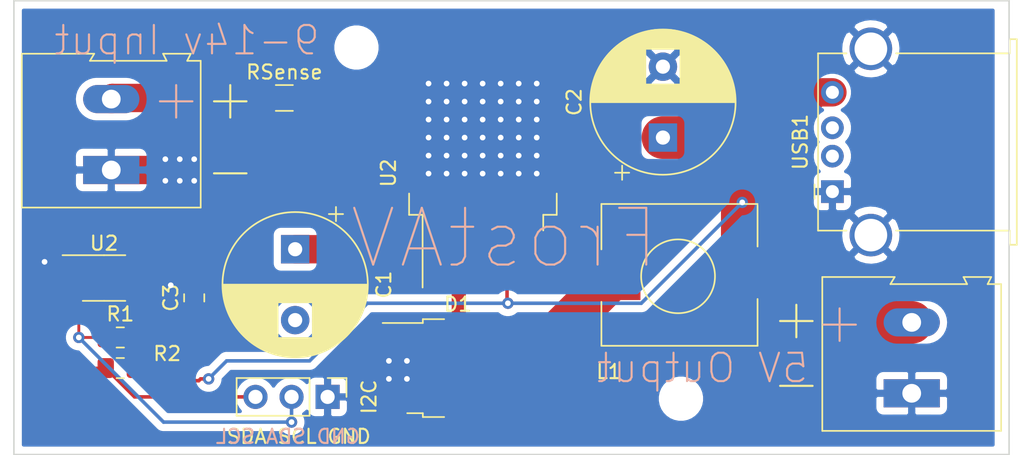
<source format=kicad_pcb>
(kicad_pcb (version 20171130) (host pcbnew 5.1.4-e60b266~84~ubuntu18.04.1)

  (general
    (thickness 1.6)
    (drawings 15)
    (tracks 156)
    (zones 0)
    (modules 16)
    (nets 6)
  )

  (page A)
  (layers
    (0 F.Cu signal)
    (31 B.Cu signal)
    (32 B.Adhes user)
    (33 F.Adhes user)
    (34 B.Paste user)
    (35 F.Paste user)
    (36 B.SilkS user)
    (37 F.SilkS user)
    (38 B.Mask user)
    (39 F.Mask user)
    (40 Dwgs.User user)
    (41 Cmts.User user)
    (42 Eco1.User user)
    (43 Eco2.User user)
    (44 Edge.Cuts user)
    (45 Margin user)
    (46 B.CrtYd user)
    (47 F.CrtYd user)
    (48 B.Fab user)
    (49 F.Fab user hide)
  )

  (setup
    (last_trace_width 0.25)
    (user_trace_width 0.2)
    (user_trace_width 1)
    (user_trace_width 1.5)
    (user_trace_width 2)
    (user_trace_width 3)
    (trace_clearance 0.2)
    (zone_clearance 0.508)
    (zone_45_only no)
    (trace_min 0.2)
    (via_size 0.8)
    (via_drill 0.4)
    (via_min_size 0.4)
    (via_min_drill 0.3)
    (uvia_size 0.3)
    (uvia_drill 0.1)
    (uvias_allowed no)
    (uvia_min_size 0.2)
    (uvia_min_drill 0.1)
    (edge_width 0.05)
    (segment_width 0.2)
    (pcb_text_width 0.3)
    (pcb_text_size 1.5 1.5)
    (mod_edge_width 0.12)
    (mod_text_size 1 1)
    (mod_text_width 0.15)
    (pad_size 2 2)
    (pad_drill 1)
    (pad_to_mask_clearance 0.051)
    (solder_mask_min_width 0.25)
    (aux_axis_origin 0 0)
    (visible_elements FFFFFF7F)
    (pcbplotparams
      (layerselection 0x010fc_ffffffff)
      (usegerberextensions false)
      (usegerberattributes false)
      (usegerberadvancedattributes false)
      (creategerberjobfile false)
      (excludeedgelayer true)
      (linewidth 0.100000)
      (plotframeref false)
      (viasonmask false)
      (mode 1)
      (useauxorigin false)
      (hpglpennumber 1)
      (hpglpenspeed 20)
      (hpglpendiameter 15.000000)
      (psnegative false)
      (psa4output false)
      (plotreference true)
      (plotvalue true)
      (plotinvisibletext false)
      (padsonsilk false)
      (subtractmaskfromsilk false)
      (outputformat 1)
      (mirror false)
      (drillshape 1)
      (scaleselection 1)
      (outputdirectory ""))
  )

  (net 0 "")
  (net 1 B-)
  (net 2 SDA)
  (net 3 SCL)
  (net 4 5V)
  (net 5 B+)

  (net_class Default "This is the default net class."
    (clearance 0.2)
    (trace_width 0.25)
    (via_dia 0.8)
    (via_drill 0.4)
    (uvia_dia 0.3)
    (uvia_drill 0.1)
    (add_net 5V)
    (add_net B+)
    (add_net B-)
    (add_net SCL)
    (add_net SDA)
  )

  (module MountingHole:MountingHole_2.1mm (layer F.Cu) (tedit 5B924765) (tstamp 5DB895DB)
    (at 43.18 21.59)
    (descr "Mounting Hole 2.1mm, no annular")
    (tags "mounting hole 2.1mm no annular")
    (attr virtual)
    (fp_text reference REF** (at 0 -3.2) (layer F.SilkS) hide
      (effects (font (size 1 1) (thickness 0.15)))
    )
    (fp_text value MountingHole_2.1mm (at 0 3.2) (layer F.Fab)
      (effects (font (size 1 1) (thickness 0.15)))
    )
    (fp_circle (center 0 0) (end 2.35 0) (layer F.CrtYd) (width 0.05))
    (fp_circle (center 0 0) (end 2.1 0) (layer Cmts.User) (width 0.15))
    (fp_text user %R (at 0.3 0) (layer F.Fab)
      (effects (font (size 1 1) (thickness 0.15)))
    )
    (pad "" np_thru_hole circle (at 0 0) (size 2.1 2.1) (drill 2.1) (layers *.Cu *.Mask))
  )

  (module MountingHole:MountingHole_2.1mm (layer F.Cu) (tedit 5B924765) (tstamp 5DB89578)
    (at 66.04 46.355)
    (descr "Mounting Hole 2.1mm, no annular")
    (tags "mounting hole 2.1mm no annular")
    (attr virtual)
    (fp_text reference REF** (at 0 -3.2) (layer F.SilkS) hide
      (effects (font (size 1 1) (thickness 0.15)))
    )
    (fp_text value MountingHole_2.1mm (at 0 3.2) (layer F.Fab)
      (effects (font (size 1 1) (thickness 0.15)))
    )
    (fp_circle (center 0 0) (end 2.35 0) (layer F.CrtYd) (width 0.05))
    (fp_circle (center 0 0) (end 2.1 0) (layer Cmts.User) (width 0.15))
    (fp_text user %R (at 0.3 0) (layer F.Fab)
      (effects (font (size 1 1) (thickness 0.15)))
    )
    (pad "" np_thru_hole circle (at 0 0) (size 2.1 2.1) (drill 2.1) (layers *.Cu *.Mask))
  )

  (module Capacitor_THT:CP_Radial_D10.0mm_P5.00mm (layer F.Cu) (tedit 5DB1F086) (tstamp 5DB23C02)
    (at 38.862 35.814 270)
    (descr "CP, Radial series, Radial, pin pitch=5.00mm, , diameter=10mm, Electrolytic Capacitor")
    (tags "CP Radial series Radial pin pitch 5.00mm  diameter 10mm Electrolytic Capacitor")
    (fp_text reference C1 (at 2.5 -6.25 90) (layer F.SilkS)
      (effects (font (size 1 1) (thickness 0.15)))
    )
    (fp_text value CP_Radial_D10.0mm_P5.00mm (at 2.5 6.25 90) (layer F.Fab)
      (effects (font (size 1 1) (thickness 0.15)))
    )
    (fp_text user %R (at 2.5 0 90) (layer F.Fab)
      (effects (font (size 1 1) (thickness 0.15)))
    )
    (fp_line (start -2.479646 -3.375) (end -2.479646 -2.375) (layer F.SilkS) (width 0.12))
    (fp_line (start -2.979646 -2.875) (end -1.979646 -2.875) (layer F.SilkS) (width 0.12))
    (fp_line (start 7.581 -0.599) (end 7.581 0.599) (layer F.SilkS) (width 0.12))
    (fp_line (start 7.541 -0.862) (end 7.541 0.862) (layer F.SilkS) (width 0.12))
    (fp_line (start 7.501 -1.062) (end 7.501 1.062) (layer F.SilkS) (width 0.12))
    (fp_line (start 7.461 -1.23) (end 7.461 1.23) (layer F.SilkS) (width 0.12))
    (fp_line (start 7.421 -1.378) (end 7.421 1.378) (layer F.SilkS) (width 0.12))
    (fp_line (start 7.381 -1.51) (end 7.381 1.51) (layer F.SilkS) (width 0.12))
    (fp_line (start 7.341 -1.63) (end 7.341 1.63) (layer F.SilkS) (width 0.12))
    (fp_line (start 7.301 -1.742) (end 7.301 1.742) (layer F.SilkS) (width 0.12))
    (fp_line (start 7.261 -1.846) (end 7.261 1.846) (layer F.SilkS) (width 0.12))
    (fp_line (start 7.221 -1.944) (end 7.221 1.944) (layer F.SilkS) (width 0.12))
    (fp_line (start 7.181 -2.037) (end 7.181 2.037) (layer F.SilkS) (width 0.12))
    (fp_line (start 7.141 -2.125) (end 7.141 2.125) (layer F.SilkS) (width 0.12))
    (fp_line (start 7.101 -2.209) (end 7.101 2.209) (layer F.SilkS) (width 0.12))
    (fp_line (start 7.061 -2.289) (end 7.061 2.289) (layer F.SilkS) (width 0.12))
    (fp_line (start 7.021 -2.365) (end 7.021 2.365) (layer F.SilkS) (width 0.12))
    (fp_line (start 6.981 -2.439) (end 6.981 2.439) (layer F.SilkS) (width 0.12))
    (fp_line (start 6.941 -2.51) (end 6.941 2.51) (layer F.SilkS) (width 0.12))
    (fp_line (start 6.901 -2.579) (end 6.901 2.579) (layer F.SilkS) (width 0.12))
    (fp_line (start 6.861 -2.645) (end 6.861 2.645) (layer F.SilkS) (width 0.12))
    (fp_line (start 6.821 -2.709) (end 6.821 2.709) (layer F.SilkS) (width 0.12))
    (fp_line (start 6.781 -2.77) (end 6.781 2.77) (layer F.SilkS) (width 0.12))
    (fp_line (start 6.741 -2.83) (end 6.741 2.83) (layer F.SilkS) (width 0.12))
    (fp_line (start 6.701 -2.889) (end 6.701 2.889) (layer F.SilkS) (width 0.12))
    (fp_line (start 6.661 -2.945) (end 6.661 2.945) (layer F.SilkS) (width 0.12))
    (fp_line (start 6.621 -3) (end 6.621 3) (layer F.SilkS) (width 0.12))
    (fp_line (start 6.581 -3.054) (end 6.581 3.054) (layer F.SilkS) (width 0.12))
    (fp_line (start 6.541 -3.106) (end 6.541 3.106) (layer F.SilkS) (width 0.12))
    (fp_line (start 6.501 -3.156) (end 6.501 3.156) (layer F.SilkS) (width 0.12))
    (fp_line (start 6.461 -3.206) (end 6.461 3.206) (layer F.SilkS) (width 0.12))
    (fp_line (start 6.421 -3.254) (end 6.421 3.254) (layer F.SilkS) (width 0.12))
    (fp_line (start 6.381 -3.301) (end 6.381 3.301) (layer F.SilkS) (width 0.12))
    (fp_line (start 6.341 -3.347) (end 6.341 3.347) (layer F.SilkS) (width 0.12))
    (fp_line (start 6.301 -3.392) (end 6.301 3.392) (layer F.SilkS) (width 0.12))
    (fp_line (start 6.261 -3.436) (end 6.261 3.436) (layer F.SilkS) (width 0.12))
    (fp_line (start 6.221 1.241) (end 6.221 3.478) (layer F.SilkS) (width 0.12))
    (fp_line (start 6.221 -3.478) (end 6.221 -1.241) (layer F.SilkS) (width 0.12))
    (fp_line (start 6.181 1.241) (end 6.181 3.52) (layer F.SilkS) (width 0.12))
    (fp_line (start 6.181 -3.52) (end 6.181 -1.241) (layer F.SilkS) (width 0.12))
    (fp_line (start 6.141 1.241) (end 6.141 3.561) (layer F.SilkS) (width 0.12))
    (fp_line (start 6.141 -3.561) (end 6.141 -1.241) (layer F.SilkS) (width 0.12))
    (fp_line (start 6.101 1.241) (end 6.101 3.601) (layer F.SilkS) (width 0.12))
    (fp_line (start 6.101 -3.601) (end 6.101 -1.241) (layer F.SilkS) (width 0.12))
    (fp_line (start 6.061 1.241) (end 6.061 3.64) (layer F.SilkS) (width 0.12))
    (fp_line (start 6.061 -3.64) (end 6.061 -1.241) (layer F.SilkS) (width 0.12))
    (fp_line (start 6.021 1.241) (end 6.021 3.679) (layer F.SilkS) (width 0.12))
    (fp_line (start 6.021 -3.679) (end 6.021 -1.241) (layer F.SilkS) (width 0.12))
    (fp_line (start 5.981 1.241) (end 5.981 3.716) (layer F.SilkS) (width 0.12))
    (fp_line (start 5.981 -3.716) (end 5.981 -1.241) (layer F.SilkS) (width 0.12))
    (fp_line (start 5.941 1.241) (end 5.941 3.753) (layer F.SilkS) (width 0.12))
    (fp_line (start 5.941 -3.753) (end 5.941 -1.241) (layer F.SilkS) (width 0.12))
    (fp_line (start 5.901 1.241) (end 5.901 3.789) (layer F.SilkS) (width 0.12))
    (fp_line (start 5.901 -3.789) (end 5.901 -1.241) (layer F.SilkS) (width 0.12))
    (fp_line (start 5.861 1.241) (end 5.861 3.824) (layer F.SilkS) (width 0.12))
    (fp_line (start 5.861 -3.824) (end 5.861 -1.241) (layer F.SilkS) (width 0.12))
    (fp_line (start 5.821 1.241) (end 5.821 3.858) (layer F.SilkS) (width 0.12))
    (fp_line (start 5.821 -3.858) (end 5.821 -1.241) (layer F.SilkS) (width 0.12))
    (fp_line (start 5.781 1.241) (end 5.781 3.892) (layer F.SilkS) (width 0.12))
    (fp_line (start 5.781 -3.892) (end 5.781 -1.241) (layer F.SilkS) (width 0.12))
    (fp_line (start 5.741 1.241) (end 5.741 3.925) (layer F.SilkS) (width 0.12))
    (fp_line (start 5.741 -3.925) (end 5.741 -1.241) (layer F.SilkS) (width 0.12))
    (fp_line (start 5.701 1.241) (end 5.701 3.957) (layer F.SilkS) (width 0.12))
    (fp_line (start 5.701 -3.957) (end 5.701 -1.241) (layer F.SilkS) (width 0.12))
    (fp_line (start 5.661 1.241) (end 5.661 3.989) (layer F.SilkS) (width 0.12))
    (fp_line (start 5.661 -3.989) (end 5.661 -1.241) (layer F.SilkS) (width 0.12))
    (fp_line (start 5.621 1.241) (end 5.621 4.02) (layer F.SilkS) (width 0.12))
    (fp_line (start 5.621 -4.02) (end 5.621 -1.241) (layer F.SilkS) (width 0.12))
    (fp_line (start 5.581 1.241) (end 5.581 4.05) (layer F.SilkS) (width 0.12))
    (fp_line (start 5.581 -4.05) (end 5.581 -1.241) (layer F.SilkS) (width 0.12))
    (fp_line (start 5.541 1.241) (end 5.541 4.08) (layer F.SilkS) (width 0.12))
    (fp_line (start 5.541 -4.08) (end 5.541 -1.241) (layer F.SilkS) (width 0.12))
    (fp_line (start 5.501 1.241) (end 5.501 4.11) (layer F.SilkS) (width 0.12))
    (fp_line (start 5.501 -4.11) (end 5.501 -1.241) (layer F.SilkS) (width 0.12))
    (fp_line (start 5.461 1.241) (end 5.461 4.138) (layer F.SilkS) (width 0.12))
    (fp_line (start 5.461 -4.138) (end 5.461 -1.241) (layer F.SilkS) (width 0.12))
    (fp_line (start 5.421 1.241) (end 5.421 4.166) (layer F.SilkS) (width 0.12))
    (fp_line (start 5.421 -4.166) (end 5.421 -1.241) (layer F.SilkS) (width 0.12))
    (fp_line (start 5.381 1.241) (end 5.381 4.194) (layer F.SilkS) (width 0.12))
    (fp_line (start 5.381 -4.194) (end 5.381 -1.241) (layer F.SilkS) (width 0.12))
    (fp_line (start 5.341 1.241) (end 5.341 4.221) (layer F.SilkS) (width 0.12))
    (fp_line (start 5.341 -4.221) (end 5.341 -1.241) (layer F.SilkS) (width 0.12))
    (fp_line (start 5.301 1.241) (end 5.301 4.247) (layer F.SilkS) (width 0.12))
    (fp_line (start 5.301 -4.247) (end 5.301 -1.241) (layer F.SilkS) (width 0.12))
    (fp_line (start 5.261 1.241) (end 5.261 4.273) (layer F.SilkS) (width 0.12))
    (fp_line (start 5.261 -4.273) (end 5.261 -1.241) (layer F.SilkS) (width 0.12))
    (fp_line (start 5.221 1.241) (end 5.221 4.298) (layer F.SilkS) (width 0.12))
    (fp_line (start 5.221 -4.298) (end 5.221 -1.241) (layer F.SilkS) (width 0.12))
    (fp_line (start 5.181 1.241) (end 5.181 4.323) (layer F.SilkS) (width 0.12))
    (fp_line (start 5.181 -4.323) (end 5.181 -1.241) (layer F.SilkS) (width 0.12))
    (fp_line (start 5.141 1.241) (end 5.141 4.347) (layer F.SilkS) (width 0.12))
    (fp_line (start 5.141 -4.347) (end 5.141 -1.241) (layer F.SilkS) (width 0.12))
    (fp_line (start 5.101 1.241) (end 5.101 4.371) (layer F.SilkS) (width 0.12))
    (fp_line (start 5.101 -4.371) (end 5.101 -1.241) (layer F.SilkS) (width 0.12))
    (fp_line (start 5.061 1.241) (end 5.061 4.395) (layer F.SilkS) (width 0.12))
    (fp_line (start 5.061 -4.395) (end 5.061 -1.241) (layer F.SilkS) (width 0.12))
    (fp_line (start 5.021 1.241) (end 5.021 4.417) (layer F.SilkS) (width 0.12))
    (fp_line (start 5.021 -4.417) (end 5.021 -1.241) (layer F.SilkS) (width 0.12))
    (fp_line (start 4.981 1.241) (end 4.981 4.44) (layer F.SilkS) (width 0.12))
    (fp_line (start 4.981 -4.44) (end 4.981 -1.241) (layer F.SilkS) (width 0.12))
    (fp_line (start 4.941 1.241) (end 4.941 4.462) (layer F.SilkS) (width 0.12))
    (fp_line (start 4.941 -4.462) (end 4.941 -1.241) (layer F.SilkS) (width 0.12))
    (fp_line (start 4.901 1.241) (end 4.901 4.483) (layer F.SilkS) (width 0.12))
    (fp_line (start 4.901 -4.483) (end 4.901 -1.241) (layer F.SilkS) (width 0.12))
    (fp_line (start 4.861 1.241) (end 4.861 4.504) (layer F.SilkS) (width 0.12))
    (fp_line (start 4.861 -4.504) (end 4.861 -1.241) (layer F.SilkS) (width 0.12))
    (fp_line (start 4.821 1.241) (end 4.821 4.525) (layer F.SilkS) (width 0.12))
    (fp_line (start 4.821 -4.525) (end 4.821 -1.241) (layer F.SilkS) (width 0.12))
    (fp_line (start 4.781 1.241) (end 4.781 4.545) (layer F.SilkS) (width 0.12))
    (fp_line (start 4.781 -4.545) (end 4.781 -1.241) (layer F.SilkS) (width 0.12))
    (fp_line (start 4.741 1.241) (end 4.741 4.564) (layer F.SilkS) (width 0.12))
    (fp_line (start 4.741 -4.564) (end 4.741 -1.241) (layer F.SilkS) (width 0.12))
    (fp_line (start 4.701 1.241) (end 4.701 4.584) (layer F.SilkS) (width 0.12))
    (fp_line (start 4.701 -4.584) (end 4.701 -1.241) (layer F.SilkS) (width 0.12))
    (fp_line (start 4.661 1.241) (end 4.661 4.603) (layer F.SilkS) (width 0.12))
    (fp_line (start 4.661 -4.603) (end 4.661 -1.241) (layer F.SilkS) (width 0.12))
    (fp_line (start 4.621 1.241) (end 4.621 4.621) (layer F.SilkS) (width 0.12))
    (fp_line (start 4.621 -4.621) (end 4.621 -1.241) (layer F.SilkS) (width 0.12))
    (fp_line (start 4.581 1.241) (end 4.581 4.639) (layer F.SilkS) (width 0.12))
    (fp_line (start 4.581 -4.639) (end 4.581 -1.241) (layer F.SilkS) (width 0.12))
    (fp_line (start 4.541 1.241) (end 4.541 4.657) (layer F.SilkS) (width 0.12))
    (fp_line (start 4.541 -4.657) (end 4.541 -1.241) (layer F.SilkS) (width 0.12))
    (fp_line (start 4.501 1.241) (end 4.501 4.674) (layer F.SilkS) (width 0.12))
    (fp_line (start 4.501 -4.674) (end 4.501 -1.241) (layer F.SilkS) (width 0.12))
    (fp_line (start 4.461 1.241) (end 4.461 4.69) (layer F.SilkS) (width 0.12))
    (fp_line (start 4.461 -4.69) (end 4.461 -1.241) (layer F.SilkS) (width 0.12))
    (fp_line (start 4.421 1.241) (end 4.421 4.707) (layer F.SilkS) (width 0.12))
    (fp_line (start 4.421 -4.707) (end 4.421 -1.241) (layer F.SilkS) (width 0.12))
    (fp_line (start 4.381 1.241) (end 4.381 4.723) (layer F.SilkS) (width 0.12))
    (fp_line (start 4.381 -4.723) (end 4.381 -1.241) (layer F.SilkS) (width 0.12))
    (fp_line (start 4.341 1.241) (end 4.341 4.738) (layer F.SilkS) (width 0.12))
    (fp_line (start 4.341 -4.738) (end 4.341 -1.241) (layer F.SilkS) (width 0.12))
    (fp_line (start 4.301 1.241) (end 4.301 4.754) (layer F.SilkS) (width 0.12))
    (fp_line (start 4.301 -4.754) (end 4.301 -1.241) (layer F.SilkS) (width 0.12))
    (fp_line (start 4.261 1.241) (end 4.261 4.768) (layer F.SilkS) (width 0.12))
    (fp_line (start 4.261 -4.768) (end 4.261 -1.241) (layer F.SilkS) (width 0.12))
    (fp_line (start 4.221 1.241) (end 4.221 4.783) (layer F.SilkS) (width 0.12))
    (fp_line (start 4.221 -4.783) (end 4.221 -1.241) (layer F.SilkS) (width 0.12))
    (fp_line (start 4.181 1.241) (end 4.181 4.797) (layer F.SilkS) (width 0.12))
    (fp_line (start 4.181 -4.797) (end 4.181 -1.241) (layer F.SilkS) (width 0.12))
    (fp_line (start 4.141 1.241) (end 4.141 4.811) (layer F.SilkS) (width 0.12))
    (fp_line (start 4.141 -4.811) (end 4.141 -1.241) (layer F.SilkS) (width 0.12))
    (fp_line (start 4.101 1.241) (end 4.101 4.824) (layer F.SilkS) (width 0.12))
    (fp_line (start 4.101 -4.824) (end 4.101 -1.241) (layer F.SilkS) (width 0.12))
    (fp_line (start 4.061 1.241) (end 4.061 4.837) (layer F.SilkS) (width 0.12))
    (fp_line (start 4.061 -4.837) (end 4.061 -1.241) (layer F.SilkS) (width 0.12))
    (fp_line (start 4.021 1.241) (end 4.021 4.85) (layer F.SilkS) (width 0.12))
    (fp_line (start 4.021 -4.85) (end 4.021 -1.241) (layer F.SilkS) (width 0.12))
    (fp_line (start 3.981 1.241) (end 3.981 4.862) (layer F.SilkS) (width 0.12))
    (fp_line (start 3.981 -4.862) (end 3.981 -1.241) (layer F.SilkS) (width 0.12))
    (fp_line (start 3.941 1.241) (end 3.941 4.874) (layer F.SilkS) (width 0.12))
    (fp_line (start 3.941 -4.874) (end 3.941 -1.241) (layer F.SilkS) (width 0.12))
    (fp_line (start 3.901 1.241) (end 3.901 4.885) (layer F.SilkS) (width 0.12))
    (fp_line (start 3.901 -4.885) (end 3.901 -1.241) (layer F.SilkS) (width 0.12))
    (fp_line (start 3.861 1.241) (end 3.861 4.897) (layer F.SilkS) (width 0.12))
    (fp_line (start 3.861 -4.897) (end 3.861 -1.241) (layer F.SilkS) (width 0.12))
    (fp_line (start 3.821 1.241) (end 3.821 4.907) (layer F.SilkS) (width 0.12))
    (fp_line (start 3.821 -4.907) (end 3.821 -1.241) (layer F.SilkS) (width 0.12))
    (fp_line (start 3.781 1.241) (end 3.781 4.918) (layer F.SilkS) (width 0.12))
    (fp_line (start 3.781 -4.918) (end 3.781 -1.241) (layer F.SilkS) (width 0.12))
    (fp_line (start 3.741 -4.928) (end 3.741 4.928) (layer F.SilkS) (width 0.12))
    (fp_line (start 3.701 -4.938) (end 3.701 4.938) (layer F.SilkS) (width 0.12))
    (fp_line (start 3.661 -4.947) (end 3.661 4.947) (layer F.SilkS) (width 0.12))
    (fp_line (start 3.621 -4.956) (end 3.621 4.956) (layer F.SilkS) (width 0.12))
    (fp_line (start 3.581 -4.965) (end 3.581 4.965) (layer F.SilkS) (width 0.12))
    (fp_line (start 3.541 -4.974) (end 3.541 4.974) (layer F.SilkS) (width 0.12))
    (fp_line (start 3.501 -4.982) (end 3.501 4.982) (layer F.SilkS) (width 0.12))
    (fp_line (start 3.461 -4.99) (end 3.461 4.99) (layer F.SilkS) (width 0.12))
    (fp_line (start 3.421 -4.997) (end 3.421 4.997) (layer F.SilkS) (width 0.12))
    (fp_line (start 3.381 -5.004) (end 3.381 5.004) (layer F.SilkS) (width 0.12))
    (fp_line (start 3.341 -5.011) (end 3.341 5.011) (layer F.SilkS) (width 0.12))
    (fp_line (start 3.301 -5.018) (end 3.301 5.018) (layer F.SilkS) (width 0.12))
    (fp_line (start 3.261 -5.024) (end 3.261 5.024) (layer F.SilkS) (width 0.12))
    (fp_line (start 3.221 -5.03) (end 3.221 5.03) (layer F.SilkS) (width 0.12))
    (fp_line (start 3.18 -5.035) (end 3.18 5.035) (layer F.SilkS) (width 0.12))
    (fp_line (start 3.14 -5.04) (end 3.14 5.04) (layer F.SilkS) (width 0.12))
    (fp_line (start 3.1 -5.045) (end 3.1 5.045) (layer F.SilkS) (width 0.12))
    (fp_line (start 3.06 -5.05) (end 3.06 5.05) (layer F.SilkS) (width 0.12))
    (fp_line (start 3.02 -5.054) (end 3.02 5.054) (layer F.SilkS) (width 0.12))
    (fp_line (start 2.98 -5.058) (end 2.98 5.058) (layer F.SilkS) (width 0.12))
    (fp_line (start 2.94 -5.062) (end 2.94 5.062) (layer F.SilkS) (width 0.12))
    (fp_line (start 2.9 -5.065) (end 2.9 5.065) (layer F.SilkS) (width 0.12))
    (fp_line (start 2.86 -5.068) (end 2.86 5.068) (layer F.SilkS) (width 0.12))
    (fp_line (start 2.82 -5.07) (end 2.82 5.07) (layer F.SilkS) (width 0.12))
    (fp_line (start 2.78 -5.073) (end 2.78 5.073) (layer F.SilkS) (width 0.12))
    (fp_line (start 2.74 -5.075) (end 2.74 5.075) (layer F.SilkS) (width 0.12))
    (fp_line (start 2.7 -5.077) (end 2.7 5.077) (layer F.SilkS) (width 0.12))
    (fp_line (start 2.66 -5.078) (end 2.66 5.078) (layer F.SilkS) (width 0.12))
    (fp_line (start 2.62 -5.079) (end 2.62 5.079) (layer F.SilkS) (width 0.12))
    (fp_line (start 2.58 -5.08) (end 2.58 5.08) (layer F.SilkS) (width 0.12))
    (fp_line (start 2.54 -5.08) (end 2.54 5.08) (layer F.SilkS) (width 0.12))
    (fp_line (start 2.5 -5.08) (end 2.5 5.08) (layer F.SilkS) (width 0.12))
    (fp_line (start -1.288861 -2.6875) (end -1.288861 -1.6875) (layer F.Fab) (width 0.1))
    (fp_line (start -1.788861 -2.1875) (end -0.788861 -2.1875) (layer F.Fab) (width 0.1))
    (fp_circle (center 2.5 0) (end 7.75 0) (layer F.CrtYd) (width 0.05))
    (fp_circle (center 2.5 0) (end 7.62 0) (layer F.SilkS) (width 0.12))
    (fp_circle (center 2.5 0) (end 7.5 0) (layer F.Fab) (width 0.1))
    (pad 2 thru_hole circle (at 5 0 270) (size 2 2) (drill 1) (layers *.Cu *.Mask))
    (pad 1 thru_hole rect (at 0 0 270) (size 2 2) (drill 1) (layers *.Cu *.Mask)
      (net 5 B+))
    (model ${KISYS3DMOD}/Capacitor_THT.3dshapes/CP_Radial_D10.0mm_P5.00mm.wrl
      (at (xyz 0 0 0))
      (scale (xyz 1 1 1))
      (rotate (xyz 0 0 0))
    )
  )

  (module TerminalBlock:TerminalBlock_Altech_AK300-2_P5.00mm (layer F.Cu) (tedit 5DAF6166) (tstamp 5DB03793)
    (at 82.296 45.974 90)
    (descr "Altech AK300 terminal block, pitch 5.0mm, 45 degree angled, see http://www.mouser.com/ds/2/16/PCBMETRC-24178.pdf")
    (tags "Altech AK300 terminal block pitch 5.0mm")
    (fp_text reference "" (at -1.92 -6.99 90) (layer F.SilkS)
      (effects (font (size 1 1) (thickness 0.15)))
    )
    (fp_text value TerminalBlock_Altech_AK300-2_P5.00mm (at 2.78 7.75 90) (layer F.Fab)
      (effects (font (size 1 1) (thickness 0.15)))
    )
    (fp_text user %R (at 2.5 -2 90) (layer F.Fab)
      (effects (font (size 1 1) (thickness 0.15)))
    )
    (fp_line (start -2.65 -6.3) (end -2.65 6.3) (layer F.SilkS) (width 0.12))
    (fp_line (start -2.65 6.3) (end 7.7 6.3) (layer F.SilkS) (width 0.12))
    (fp_line (start 7.7 6.3) (end 7.7 5.35) (layer F.SilkS) (width 0.12))
    (fp_line (start 7.7 5.35) (end 8.2 5.6) (layer F.SilkS) (width 0.12))
    (fp_line (start 8.2 5.6) (end 8.2 3.7) (layer F.SilkS) (width 0.12))
    (fp_line (start 8.2 3.7) (end 8.2 3.65) (layer F.SilkS) (width 0.12))
    (fp_line (start 8.2 3.65) (end 7.7 3.9) (layer F.SilkS) (width 0.12))
    (fp_line (start 7.7 3.9) (end 7.7 -1.5) (layer F.SilkS) (width 0.12))
    (fp_line (start 7.7 -1.5) (end 8.2 -1.2) (layer F.SilkS) (width 0.12))
    (fp_line (start 8.2 -1.2) (end 8.2 -6.3) (layer F.SilkS) (width 0.12))
    (fp_line (start 8.2 -6.3) (end -2.65 -6.3) (layer F.SilkS) (width 0.12))
    (fp_line (start -1.26 2.54) (end 1.28 2.54) (layer F.Fab) (width 0.1))
    (fp_line (start 1.28 2.54) (end 1.28 -0.25) (layer F.Fab) (width 0.1))
    (fp_line (start -1.26 -0.25) (end 1.28 -0.25) (layer F.Fab) (width 0.1))
    (fp_line (start -1.26 2.54) (end -1.26 -0.25) (layer F.Fab) (width 0.1))
    (fp_line (start 3.74 2.54) (end 6.28 2.54) (layer F.Fab) (width 0.1))
    (fp_line (start 6.28 2.54) (end 6.28 -0.25) (layer F.Fab) (width 0.1))
    (fp_line (start 3.74 -0.25) (end 6.28 -0.25) (layer F.Fab) (width 0.1))
    (fp_line (start 3.74 2.54) (end 3.74 -0.25) (layer F.Fab) (width 0.1))
    (fp_line (start 7.61 -6.22) (end 7.61 -3.17) (layer F.Fab) (width 0.1))
    (fp_line (start 7.61 -6.22) (end -2.58 -6.22) (layer F.Fab) (width 0.1))
    (fp_line (start 7.61 -6.22) (end 8.11 -6.22) (layer F.Fab) (width 0.1))
    (fp_line (start 8.11 -6.22) (end 8.11 -1.4) (layer F.Fab) (width 0.1))
    (fp_line (start 8.11 -1.4) (end 7.61 -1.65) (layer F.Fab) (width 0.1))
    (fp_line (start 8.11 5.46) (end 7.61 5.21) (layer F.Fab) (width 0.1))
    (fp_line (start 7.61 5.21) (end 7.61 6.22) (layer F.Fab) (width 0.1))
    (fp_line (start 8.11 3.81) (end 7.61 4.06) (layer F.Fab) (width 0.1))
    (fp_line (start 7.61 4.06) (end 7.61 5.21) (layer F.Fab) (width 0.1))
    (fp_line (start 8.11 3.81) (end 8.11 5.46) (layer F.Fab) (width 0.1))
    (fp_line (start 2.98 6.22) (end 2.98 4.32) (layer F.Fab) (width 0.1))
    (fp_line (start 7.05 -0.25) (end 7.05 4.32) (layer F.Fab) (width 0.1))
    (fp_line (start 2.98 6.22) (end 7.05 6.22) (layer F.Fab) (width 0.1))
    (fp_line (start 7.05 6.22) (end 7.61 6.22) (layer F.Fab) (width 0.1))
    (fp_line (start 2.04 6.22) (end 2.04 4.32) (layer F.Fab) (width 0.1))
    (fp_line (start 2.04 6.22) (end 2.98 6.22) (layer F.Fab) (width 0.1))
    (fp_line (start -2.02 -0.25) (end -2.02 4.32) (layer F.Fab) (width 0.1))
    (fp_line (start -2.58 6.22) (end -2.02 6.22) (layer F.Fab) (width 0.1))
    (fp_line (start -2.02 6.22) (end 2.04 6.22) (layer F.Fab) (width 0.1))
    (fp_line (start 2.98 4.32) (end 7.05 4.32) (layer F.Fab) (width 0.1))
    (fp_line (start 2.98 4.32) (end 2.98 -0.25) (layer F.Fab) (width 0.1))
    (fp_line (start 7.05 4.32) (end 7.05 6.22) (layer F.Fab) (width 0.1))
    (fp_line (start 2.04 4.32) (end -2.02 4.32) (layer F.Fab) (width 0.1))
    (fp_line (start 2.04 4.32) (end 2.04 -0.25) (layer F.Fab) (width 0.1))
    (fp_line (start -2.02 4.32) (end -2.02 6.22) (layer F.Fab) (width 0.1))
    (fp_line (start 6.67 3.68) (end 6.67 0.51) (layer F.Fab) (width 0.1))
    (fp_line (start 6.67 3.68) (end 3.36 3.68) (layer F.Fab) (width 0.1))
    (fp_line (start 3.36 3.68) (end 3.36 0.51) (layer F.Fab) (width 0.1))
    (fp_line (start 1.66 3.68) (end 1.66 0.51) (layer F.Fab) (width 0.1))
    (fp_line (start 1.66 3.68) (end -1.64 3.68) (layer F.Fab) (width 0.1))
    (fp_line (start -1.64 3.68) (end -1.64 0.51) (layer F.Fab) (width 0.1))
    (fp_line (start -1.64 0.51) (end -1.26 0.51) (layer F.Fab) (width 0.1))
    (fp_line (start 1.66 0.51) (end 1.28 0.51) (layer F.Fab) (width 0.1))
    (fp_line (start 3.36 0.51) (end 3.74 0.51) (layer F.Fab) (width 0.1))
    (fp_line (start 6.67 0.51) (end 6.28 0.51) (layer F.Fab) (width 0.1))
    (fp_line (start -2.58 6.22) (end -2.58 -0.64) (layer F.Fab) (width 0.1))
    (fp_line (start -2.58 -0.64) (end -2.58 -3.17) (layer F.Fab) (width 0.1))
    (fp_line (start 7.61 -1.65) (end 7.61 -0.64) (layer F.Fab) (width 0.1))
    (fp_line (start 7.61 -0.64) (end 7.61 4.06) (layer F.Fab) (width 0.1))
    (fp_line (start -2.58 -3.17) (end 7.61 -3.17) (layer F.Fab) (width 0.1))
    (fp_line (start -2.58 -3.17) (end -2.58 -6.22) (layer F.Fab) (width 0.1))
    (fp_line (start 7.61 -3.17) (end 7.61 -1.65) (layer F.Fab) (width 0.1))
    (fp_line (start 2.98 -3.43) (end 2.98 -5.97) (layer F.Fab) (width 0.1))
    (fp_line (start 2.98 -5.97) (end 7.05 -5.97) (layer F.Fab) (width 0.1))
    (fp_line (start 7.05 -5.97) (end 7.05 -3.43) (layer F.Fab) (width 0.1))
    (fp_line (start 7.05 -3.43) (end 2.98 -3.43) (layer F.Fab) (width 0.1))
    (fp_line (start 2.04 -3.43) (end 2.04 -5.97) (layer F.Fab) (width 0.1))
    (fp_line (start 2.04 -3.43) (end -2.02 -3.43) (layer F.Fab) (width 0.1))
    (fp_line (start -2.02 -3.43) (end -2.02 -5.97) (layer F.Fab) (width 0.1))
    (fp_line (start 2.04 -5.97) (end -2.02 -5.97) (layer F.Fab) (width 0.1))
    (fp_line (start 3.39 -4.45) (end 6.44 -5.08) (layer F.Fab) (width 0.1))
    (fp_line (start 3.52 -4.32) (end 6.56 -4.95) (layer F.Fab) (width 0.1))
    (fp_line (start -1.62 -4.45) (end 1.44 -5.08) (layer F.Fab) (width 0.1))
    (fp_line (start -1.49 -4.32) (end 1.56 -4.95) (layer F.Fab) (width 0.1))
    (fp_line (start -2.02 -0.25) (end -1.64 -0.25) (layer F.Fab) (width 0.1))
    (fp_line (start 2.04 -0.25) (end 1.66 -0.25) (layer F.Fab) (width 0.1))
    (fp_line (start 1.66 -0.25) (end -1.64 -0.25) (layer F.Fab) (width 0.1))
    (fp_line (start -2.58 -0.64) (end -1.64 -0.64) (layer F.Fab) (width 0.1))
    (fp_line (start -1.64 -0.64) (end 1.66 -0.64) (layer F.Fab) (width 0.1))
    (fp_line (start 1.66 -0.64) (end 3.36 -0.64) (layer F.Fab) (width 0.1))
    (fp_line (start 7.61 -0.64) (end 6.67 -0.64) (layer F.Fab) (width 0.1))
    (fp_line (start 6.67 -0.64) (end 3.36 -0.64) (layer F.Fab) (width 0.1))
    (fp_line (start 7.05 -0.25) (end 6.67 -0.25) (layer F.Fab) (width 0.1))
    (fp_line (start 2.98 -0.25) (end 3.36 -0.25) (layer F.Fab) (width 0.1))
    (fp_line (start 3.36 -0.25) (end 6.67 -0.25) (layer F.Fab) (width 0.1))
    (fp_line (start -2.83 -6.47) (end 8.36 -6.47) (layer F.CrtYd) (width 0.05))
    (fp_line (start -2.83 -6.47) (end -2.83 6.47) (layer F.CrtYd) (width 0.05))
    (fp_line (start 8.36 6.47) (end 8.36 -6.47) (layer F.CrtYd) (width 0.05))
    (fp_line (start 8.36 6.47) (end -2.83 6.47) (layer F.CrtYd) (width 0.05))
    (fp_arc (start 6.03 -4.59) (end 6.54 -5.05) (angle 90.5) (layer F.Fab) (width 0.1))
    (fp_arc (start 5.07 -6.07) (end 6.53 -4.12) (angle 75.5) (layer F.Fab) (width 0.1))
    (fp_arc (start 4.99 -3.71) (end 3.39 -5) (angle 100) (layer F.Fab) (width 0.1))
    (fp_arc (start 3.87 -4.65) (end 3.58 -4.13) (angle 104.2) (layer F.Fab) (width 0.1))
    (fp_arc (start 1.03 -4.59) (end 1.53 -5.05) (angle 90.5) (layer F.Fab) (width 0.1))
    (fp_arc (start 0.06 -6.07) (end 1.53 -4.12) (angle 75.5) (layer F.Fab) (width 0.1))
    (fp_arc (start -0.01 -3.71) (end -1.62 -5) (angle 100) (layer F.Fab) (width 0.1))
    (fp_arc (start -1.13 -4.65) (end -1.42 -4.13) (angle 104.2) (layer F.Fab) (width 0.1))
    (pad 1 thru_hole rect (at 0 0 90) (size 1.98 3.96) (drill 1.32) (layers *.Cu *.Mask)
      (net 1 B-))
    (pad 2 thru_hole oval (at 5 0 90) (size 1.98 3.96) (drill 1.32) (layers *.Cu *.Mask)
      (net 4 5V))
    (model ${KISYS3DMOD}/TerminalBlock.3dshapes/TerminalBlock_Altech_AK300-2_P5.00mm.wrl
      (at (xyz 0 0 0))
      (scale (xyz 1 1 1))
      (rotate (xyz 0 0 0))
    )
  )

  (module Connector_PinHeader_2.54mm:PinHeader_1x03_P2.54mm_Vertical (layer F.Cu) (tedit 5DAF60FE) (tstamp 5DB26B3A)
    (at 41.148 46.228 270)
    (descr "Through hole straight pin header, 1x03, 2.54mm pitch, single row")
    (tags "Through hole pin header THT 1x03 2.54mm single row")
    (fp_text reference I2C (at 0 -2.921 90) (layer F.SilkS)
      (effects (font (size 1 1) (thickness 0.15)))
    )
    (fp_text value PinHeader_1x03_P2.54mm_Vertical (at 0 7.41 90) (layer F.Fab)
      (effects (font (size 1 1) (thickness 0.15)))
    )
    (fp_text user %R (at 0 2.54) (layer F.Fab)
      (effects (font (size 1 1) (thickness 0.15)))
    )
    (fp_line (start 1.8 -1.8) (end -1.8 -1.8) (layer F.CrtYd) (width 0.05))
    (fp_line (start 1.8 6.85) (end 1.8 -1.8) (layer F.CrtYd) (width 0.05))
    (fp_line (start -1.8 6.85) (end 1.8 6.85) (layer F.CrtYd) (width 0.05))
    (fp_line (start -1.8 -1.8) (end -1.8 6.85) (layer F.CrtYd) (width 0.05))
    (fp_line (start -1.33 -1.33) (end 0 -1.33) (layer F.SilkS) (width 0.12))
    (fp_line (start -1.33 0) (end -1.33 -1.33) (layer F.SilkS) (width 0.12))
    (fp_line (start -1.33 1.27) (end 1.33 1.27) (layer F.SilkS) (width 0.12))
    (fp_line (start 1.33 1.27) (end 1.33 6.41) (layer F.SilkS) (width 0.12))
    (fp_line (start -1.33 1.27) (end -1.33 6.41) (layer F.SilkS) (width 0.12))
    (fp_line (start -1.33 6.41) (end 1.33 6.41) (layer F.SilkS) (width 0.12))
    (fp_line (start -1.27 -0.635) (end -0.635 -1.27) (layer F.Fab) (width 0.1))
    (fp_line (start -1.27 6.35) (end -1.27 -0.635) (layer F.Fab) (width 0.1))
    (fp_line (start 1.27 6.35) (end -1.27 6.35) (layer F.Fab) (width 0.1))
    (fp_line (start 1.27 -1.27) (end 1.27 6.35) (layer F.Fab) (width 0.1))
    (fp_line (start -0.635 -1.27) (end 1.27 -1.27) (layer F.Fab) (width 0.1))
    (pad 3 thru_hole oval (at 0 5.08 270) (size 1.7 1.7) (drill 1) (layers *.Cu *.Mask)
      (net 2 SDA))
    (pad 2 thru_hole oval (at 0 2.54 270) (size 1.7 1.7) (drill 1) (layers *.Cu *.Mask)
      (net 3 SCL))
    (pad 1 thru_hole rect (at 0 0 270) (size 1.7 1.7) (drill 1) (layers *.Cu *.Mask)
      (net 1 B-))
    (model ${KISYS3DMOD}/Connector_PinHeader_2.54mm.3dshapes/PinHeader_1x03_P2.54mm_Vertical.wrl
      (at (xyz 0 0 0))
      (scale (xyz 1 1 1))
      (rotate (xyz 0 0 0))
    )
  )

  (module Resistor_SMD:R_1206_3216Metric_Pad1.42x1.75mm_HandSolder (layer F.Cu) (tedit 5B301BBD) (tstamp 5DB0442C)
    (at 38.1 25.146)
    (descr "Resistor SMD 1206 (3216 Metric), square (rectangular) end terminal, IPC_7351 nominal with elongated pad for handsoldering. (Body size source: http://www.tortai-tech.com/upload/download/2011102023233369053.pdf), generated with kicad-footprint-generator")
    (tags "resistor handsolder")
    (attr smd)
    (fp_text reference RSense (at 0 -1.82) (layer F.SilkS)
      (effects (font (size 1 1) (thickness 0.15)))
    )
    (fp_text value R_1206_3216Metric_Pad1.42x1.75mm_HandSolder (at 0 1.82) (layer F.Fab)
      (effects (font (size 1 1) (thickness 0.15)))
    )
    (fp_text user %R (at 0 0) (layer F.Fab)
      (effects (font (size 0.8 0.8) (thickness 0.12)))
    )
    (fp_line (start 2.45 1.12) (end -2.45 1.12) (layer F.CrtYd) (width 0.05))
    (fp_line (start 2.45 -1.12) (end 2.45 1.12) (layer F.CrtYd) (width 0.05))
    (fp_line (start -2.45 -1.12) (end 2.45 -1.12) (layer F.CrtYd) (width 0.05))
    (fp_line (start -2.45 1.12) (end -2.45 -1.12) (layer F.CrtYd) (width 0.05))
    (fp_line (start -0.602064 0.91) (end 0.602064 0.91) (layer F.SilkS) (width 0.12))
    (fp_line (start -0.602064 -0.91) (end 0.602064 -0.91) (layer F.SilkS) (width 0.12))
    (fp_line (start 1.6 0.8) (end -1.6 0.8) (layer F.Fab) (width 0.1))
    (fp_line (start 1.6 -0.8) (end 1.6 0.8) (layer F.Fab) (width 0.1))
    (fp_line (start -1.6 -0.8) (end 1.6 -0.8) (layer F.Fab) (width 0.1))
    (fp_line (start -1.6 0.8) (end -1.6 -0.8) (layer F.Fab) (width 0.1))
    (pad 2 smd roundrect (at 1.4875 0) (size 1.425 1.75) (layers F.Cu F.Paste F.Mask) (roundrect_rratio 0.175439)
      (net 5 B+))
    (pad 1 smd roundrect (at -1.4875 0) (size 1.425 1.75) (layers F.Cu F.Paste F.Mask) (roundrect_rratio 0.175439))
    (model ${KISYS3DMOD}/Resistor_SMD.3dshapes/R_1206_3216Metric.wrl
      (at (xyz 0 0 0))
      (scale (xyz 1 1 1))
      (rotate (xyz 0 0 0))
    )
  )

  (module Resistor_SMD:R_0805_2012Metric_Pad1.15x1.40mm_HandSolder (layer F.Cu) (tedit 5DAF5ECB) (tstamp 5DB04211)
    (at 26.543 44.196)
    (descr "Resistor SMD 0805 (2012 Metric), square (rectangular) end terminal, IPC_7351 nominal with elongated pad for handsoldering. (Body size source: https://docs.google.com/spreadsheets/d/1BsfQQcO9C6DZCsRaXUlFlo91Tg2WpOkGARC1WS5S8t0/edit?usp=sharing), generated with kicad-footprint-generator")
    (tags "resistor handsolder")
    (attr smd)
    (fp_text reference R2 (at 3.302 -1.016) (layer F.SilkS)
      (effects (font (size 1 1) (thickness 0.15)))
    )
    (fp_text value R_0805_2012Metric_Pad1.15x1.40mm_HandSolder (at 0 1.65) (layer F.Fab)
      (effects (font (size 1 1) (thickness 0.15)))
    )
    (fp_line (start -1 0.6) (end -1 -0.6) (layer F.Fab) (width 0.1))
    (fp_line (start -1 -0.6) (end 1 -0.6) (layer F.Fab) (width 0.1))
    (fp_line (start 1 -0.6) (end 1 0.6) (layer F.Fab) (width 0.1))
    (fp_line (start 1 0.6) (end -1 0.6) (layer F.Fab) (width 0.1))
    (fp_line (start -0.261252 -0.71) (end 0.261252 -0.71) (layer F.SilkS) (width 0.12))
    (fp_line (start -0.261252 0.71) (end 0.261252 0.71) (layer F.SilkS) (width 0.12))
    (fp_line (start -1.85 0.95) (end -1.85 -0.95) (layer F.CrtYd) (width 0.05))
    (fp_line (start -1.85 -0.95) (end 1.85 -0.95) (layer F.CrtYd) (width 0.05))
    (fp_line (start 1.85 -0.95) (end 1.85 0.95) (layer F.CrtYd) (width 0.05))
    (fp_line (start 1.85 0.95) (end -1.85 0.95) (layer F.CrtYd) (width 0.05))
    (fp_text user %R (at 0 0) (layer F.Fab)
      (effects (font (size 0.5 0.5) (thickness 0.08)))
    )
    (pad 1 smd roundrect (at -1.025 0) (size 1.15 1.4) (layers F.Cu F.Paste F.Mask) (roundrect_rratio 0.217391)
      (net 2 SDA))
    (pad 2 smd roundrect (at 1.025 0) (size 1.15 1.4) (layers F.Cu F.Paste F.Mask) (roundrect_rratio 0.217)
      (net 4 5V))
    (model ${KISYS3DMOD}/Resistor_SMD.3dshapes/R_0805_2012Metric.wrl
      (at (xyz 0 0 0))
      (scale (xyz 1 1 1))
      (rotate (xyz 0 0 0))
    )
  )

  (module Resistor_SMD:R_0805_2012Metric_Pad1.15x1.40mm_HandSolder (layer F.Cu) (tedit 5DAF5ED1) (tstamp 5DB04210)
    (at 26.543 42.037)
    (descr "Resistor SMD 0805 (2012 Metric), square (rectangular) end terminal, IPC_7351 nominal with elongated pad for handsoldering. (Body size source: https://docs.google.com/spreadsheets/d/1BsfQQcO9C6DZCsRaXUlFlo91Tg2WpOkGARC1WS5S8t0/edit?usp=sharing), generated with kicad-footprint-generator")
    (tags "resistor handsolder")
    (attr smd)
    (fp_text reference R1 (at 0 -1.65) (layer F.SilkS)
      (effects (font (size 1 1) (thickness 0.15)))
    )
    (fp_text value R_0805_2012Metric_Pad1.15x1.40mm_HandSolder (at 0 1.65) (layer F.Fab)
      (effects (font (size 1 1) (thickness 0.15)))
    )
    (fp_text user %R (at 0 0) (layer F.Fab)
      (effects (font (size 0.5 0.5) (thickness 0.08)))
    )
    (fp_line (start 1.85 0.95) (end -1.85 0.95) (layer F.CrtYd) (width 0.05))
    (fp_line (start 1.85 -0.95) (end 1.85 0.95) (layer F.CrtYd) (width 0.05))
    (fp_line (start -1.85 -0.95) (end 1.85 -0.95) (layer F.CrtYd) (width 0.05))
    (fp_line (start -1.85 0.95) (end -1.85 -0.95) (layer F.CrtYd) (width 0.05))
    (fp_line (start -0.261252 0.71) (end 0.261252 0.71) (layer F.SilkS) (width 0.12))
    (fp_line (start -0.261252 -0.71) (end 0.261252 -0.71) (layer F.SilkS) (width 0.12))
    (fp_line (start 1 0.6) (end -1 0.6) (layer F.Fab) (width 0.1))
    (fp_line (start 1 -0.6) (end 1 0.6) (layer F.Fab) (width 0.1))
    (fp_line (start -1 -0.6) (end 1 -0.6) (layer F.Fab) (width 0.1))
    (fp_line (start -1 0.6) (end -1 -0.6) (layer F.Fab) (width 0.1))
    (pad 2 smd roundrect (at 1.025 0) (size 1.15 1.4) (layers F.Cu F.Paste F.Mask) (roundrect_rratio 0.217)
      (net 4 5V))
    (pad 1 smd roundrect (at -1.025 0) (size 1.15 1.4) (layers F.Cu F.Paste F.Mask) (roundrect_rratio 0.217391)
      (net 3 SCL))
    (model ${KISYS3DMOD}/Resistor_SMD.3dshapes/R_0805_2012Metric.wrl
      (at (xyz 0 0 0))
      (scale (xyz 1 1 1))
      (rotate (xyz 0 0 0))
    )
  )

  (module Capacitor_SMD:C_0805_2012Metric_Pad1.15x1.40mm_HandSolder (layer F.Cu) (tedit 5DAF5E91) (tstamp 5DB0410F)
    (at 31.75 39.243 90)
    (descr "Capacitor SMD 0805 (2012 Metric), square (rectangular) end terminal, IPC_7351 nominal with elongated pad for handsoldering. (Body size source: https://docs.google.com/spreadsheets/d/1BsfQQcO9C6DZCsRaXUlFlo91Tg2WpOkGARC1WS5S8t0/edit?usp=sharing), generated with kicad-footprint-generator")
    (tags "capacitor handsolder")
    (attr smd)
    (fp_text reference C3 (at 0 -1.65 90) (layer F.SilkS)
      (effects (font (size 1 1) (thickness 0.15)))
    )
    (fp_text value C_0805_2012Metric_Pad1.15x1.40mm_HandSolder (at 0 1.65 90) (layer F.Fab)
      (effects (font (size 1 1) (thickness 0.15)))
    )
    (fp_text user %R (at 0 0 90) (layer F.Fab)
      (effects (font (size 0.5 0.5) (thickness 0.08)))
    )
    (fp_line (start 1.85 0.95) (end -1.85 0.95) (layer F.CrtYd) (width 0.05))
    (fp_line (start 1.85 -0.95) (end 1.85 0.95) (layer F.CrtYd) (width 0.05))
    (fp_line (start -1.85 -0.95) (end 1.85 -0.95) (layer F.CrtYd) (width 0.05))
    (fp_line (start -1.85 0.95) (end -1.85 -0.95) (layer F.CrtYd) (width 0.05))
    (fp_line (start -0.261252 0.71) (end 0.261252 0.71) (layer F.SilkS) (width 0.12))
    (fp_line (start -0.261252 -0.71) (end 0.261252 -0.71) (layer F.SilkS) (width 0.12))
    (fp_line (start 1 0.6) (end -1 0.6) (layer F.Fab) (width 0.1))
    (fp_line (start 1 -0.6) (end 1 0.6) (layer F.Fab) (width 0.1))
    (fp_line (start -1 -0.6) (end 1 -0.6) (layer F.Fab) (width 0.1))
    (fp_line (start -1 0.6) (end -1 -0.6) (layer F.Fab) (width 0.1))
    (pad 2 smd roundrect (at 1.025 0 90) (size 1.15 1.4) (layers F.Cu F.Paste F.Mask) (roundrect_rratio 0.217391)
      (net 1 B-))
    (pad 1 smd roundrect (at -1.025 0 90) (size 1.15 1.4) (layers F.Cu F.Paste F.Mask) (roundrect_rratio 0.217)
      (net 4 5V))
    (model ${KISYS3DMOD}/Capacitor_SMD.3dshapes/C_0805_2012Metric.wrl
      (at (xyz 0 0 0))
      (scale (xyz 1 1 1))
      (rotate (xyz 0 0 0))
    )
  )

  (module Package_SO:VSSOP-10_3x3mm_P0.5mm (layer F.Cu) (tedit 5DAF60B3) (tstamp 5DB03B2D)
    (at 25.4 37.846)
    (descr "VSSOP, 10 Pin (http://www.ti.com/lit/ds/symlink/ads1115.pdf), generated with kicad-footprint-generator ipc_gullwing_generator.py")
    (tags "VSSOP SO")
    (attr smd)
    (fp_text reference U2 (at 0 -2.45) (layer F.SilkS)
      (effects (font (size 1 1) (thickness 0.15)))
    )
    (fp_text value VSSOP-10_3x3mm_P0.5mm (at 0 2.45) (layer F.Fab)
      (effects (font (size 1 1) (thickness 0.15)))
    )
    (fp_line (start 0 1.61) (end 1.5 1.61) (layer F.SilkS) (width 0.12))
    (fp_line (start 0 1.61) (end -1.5 1.61) (layer F.SilkS) (width 0.12))
    (fp_line (start 0 -1.61) (end 1.5 -1.61) (layer F.SilkS) (width 0.12))
    (fp_line (start 0 -1.61) (end -2.925 -1.61) (layer F.SilkS) (width 0.12))
    (fp_line (start -0.75 -1.5) (end 1.5 -1.5) (layer F.Fab) (width 0.1))
    (fp_line (start 1.5 -1.5) (end 1.5 1.5) (layer F.Fab) (width 0.1))
    (fp_line (start 1.5 1.5) (end -1.5 1.5) (layer F.Fab) (width 0.1))
    (fp_line (start -1.5 1.5) (end -1.5 -0.75) (layer F.Fab) (width 0.1))
    (fp_line (start -1.5 -0.75) (end -0.75 -1.5) (layer F.Fab) (width 0.1))
    (fp_line (start -3.18 -1.75) (end -3.18 1.75) (layer F.CrtYd) (width 0.05))
    (fp_line (start -3.18 1.75) (end 3.18 1.75) (layer F.CrtYd) (width 0.05))
    (fp_line (start 3.18 1.75) (end 3.18 -1.75) (layer F.CrtYd) (width 0.05))
    (fp_line (start 3.18 -1.75) (end -3.18 -1.75) (layer F.CrtYd) (width 0.05))
    (fp_text user %R (at 0 0) (layer F.Fab)
      (effects (font (size 0.75 0.75) (thickness 0.11)))
    )
    (pad 1 smd roundrect (at -2.2 -1) (size 1.45 0.3) (layers F.Cu F.Paste F.Mask) (roundrect_rratio 0.25)
      (net 1 B-))
    (pad 2 smd roundrect (at -2.2 -0.5) (size 1.45 0.3) (layers F.Cu F.Paste F.Mask) (roundrect_rratio 0.25)
      (net 1 B-))
    (pad 3 smd roundrect (at -2.2 0) (size 1.45 0.3) (layers F.Cu F.Paste F.Mask) (roundrect_rratio 0.25))
    (pad 4 smd roundrect (at -2.2 0.5) (size 1.45 0.3) (layers F.Cu F.Paste F.Mask) (roundrect_rratio 0.25)
      (net 2 SDA))
    (pad 5 smd roundrect (at -2.2 1) (size 1.45 0.3) (layers F.Cu F.Paste F.Mask) (roundrect_rratio 0.25)
      (net 3 SCL))
    (pad 6 smd roundrect (at 2.2 1) (size 1.45 0.3) (layers F.Cu F.Paste F.Mask) (roundrect_rratio 0.25)
      (net 4 5V))
    (pad 7 smd roundrect (at 2.2 0.5) (size 1.45 0.3) (layers F.Cu F.Paste F.Mask) (roundrect_rratio 0.25)
      (net 1 B-))
    (pad 8 smd roundrect (at 2.2 0) (size 1.45 0.3) (layers F.Cu F.Paste F.Mask) (roundrect_rratio 0.25)
      (net 5 B+))
    (pad 9 smd roundrect (at 2.2 -0.5) (size 1.45 0.3) (layers F.Cu F.Paste F.Mask) (roundrect_rratio 0.25)
      (net 5 B+))
    (pad 10 smd roundrect (at 2.2 -1) (size 1.45 0.3) (layers F.Cu F.Paste F.Mask) (roundrect_rratio 0.25))
    (model ${KISYS3DMOD}/Package_SO.3dshapes/VSSOP-10_3x3mm_P0.5mm.wrl
      (at (xyz 0 0 0))
      (scale (xyz 1 1 1))
      (rotate (xyz 0 0 0))
    )
  )

  (module TerminalBlock:TerminalBlock_Altech_AK300-2_P5.00mm (layer F.Cu) (tedit 5DAF6103) (tstamp 5DB02464)
    (at 25.908 30.226 90)
    (descr "Altech AK300 terminal block, pitch 5.0mm, 45 degree angled, see http://www.mouser.com/ds/2/16/PCBMETRC-24178.pdf")
    (tags "Altech AK300 terminal block pitch 5.0mm")
    (fp_text reference " " (at -1.92 -6.99 90) (layer F.SilkS)
      (effects (font (size 1 1) (thickness 0.15)))
    )
    (fp_text value TerminalBlock_Altech_AK300-2_P5.00mm (at 2.78 7.75 90) (layer F.Fab)
      (effects (font (size 1 1) (thickness 0.15)))
    )
    (fp_arc (start -1.13 -4.65) (end -1.42 -4.13) (angle 104.2) (layer F.Fab) (width 0.1))
    (fp_arc (start -0.01 -3.71) (end -1.62 -5) (angle 100) (layer F.Fab) (width 0.1))
    (fp_arc (start 0.06 -6.07) (end 1.53 -4.12) (angle 75.5) (layer F.Fab) (width 0.1))
    (fp_arc (start 1.03 -4.59) (end 1.53 -5.05) (angle 90.5) (layer F.Fab) (width 0.1))
    (fp_arc (start 3.87 -4.65) (end 3.58 -4.13) (angle 104.2) (layer F.Fab) (width 0.1))
    (fp_arc (start 4.99 -3.71) (end 3.39 -5) (angle 100) (layer F.Fab) (width 0.1))
    (fp_arc (start 5.07 -6.07) (end 6.53 -4.12) (angle 75.5) (layer F.Fab) (width 0.1))
    (fp_arc (start 6.03 -4.59) (end 6.54 -5.05) (angle 90.5) (layer F.Fab) (width 0.1))
    (fp_line (start 8.36 6.47) (end -2.83 6.47) (layer F.CrtYd) (width 0.05))
    (fp_line (start 8.36 6.47) (end 8.36 -6.47) (layer F.CrtYd) (width 0.05))
    (fp_line (start -2.83 -6.47) (end -2.83 6.47) (layer F.CrtYd) (width 0.05))
    (fp_line (start -2.83 -6.47) (end 8.36 -6.47) (layer F.CrtYd) (width 0.05))
    (fp_line (start 3.36 -0.25) (end 6.67 -0.25) (layer F.Fab) (width 0.1))
    (fp_line (start 2.98 -0.25) (end 3.36 -0.25) (layer F.Fab) (width 0.1))
    (fp_line (start 7.05 -0.25) (end 6.67 -0.25) (layer F.Fab) (width 0.1))
    (fp_line (start 6.67 -0.64) (end 3.36 -0.64) (layer F.Fab) (width 0.1))
    (fp_line (start 7.61 -0.64) (end 6.67 -0.64) (layer F.Fab) (width 0.1))
    (fp_line (start 1.66 -0.64) (end 3.36 -0.64) (layer F.Fab) (width 0.1))
    (fp_line (start -1.64 -0.64) (end 1.66 -0.64) (layer F.Fab) (width 0.1))
    (fp_line (start -2.58 -0.64) (end -1.64 -0.64) (layer F.Fab) (width 0.1))
    (fp_line (start 1.66 -0.25) (end -1.64 -0.25) (layer F.Fab) (width 0.1))
    (fp_line (start 2.04 -0.25) (end 1.66 -0.25) (layer F.Fab) (width 0.1))
    (fp_line (start -2.02 -0.25) (end -1.64 -0.25) (layer F.Fab) (width 0.1))
    (fp_line (start -1.49 -4.32) (end 1.56 -4.95) (layer F.Fab) (width 0.1))
    (fp_line (start -1.62 -4.45) (end 1.44 -5.08) (layer F.Fab) (width 0.1))
    (fp_line (start 3.52 -4.32) (end 6.56 -4.95) (layer F.Fab) (width 0.1))
    (fp_line (start 3.39 -4.45) (end 6.44 -5.08) (layer F.Fab) (width 0.1))
    (fp_line (start 2.04 -5.97) (end -2.02 -5.97) (layer F.Fab) (width 0.1))
    (fp_line (start -2.02 -3.43) (end -2.02 -5.97) (layer F.Fab) (width 0.1))
    (fp_line (start 2.04 -3.43) (end -2.02 -3.43) (layer F.Fab) (width 0.1))
    (fp_line (start 2.04 -3.43) (end 2.04 -5.97) (layer F.Fab) (width 0.1))
    (fp_line (start 7.05 -3.43) (end 2.98 -3.43) (layer F.Fab) (width 0.1))
    (fp_line (start 7.05 -5.97) (end 7.05 -3.43) (layer F.Fab) (width 0.1))
    (fp_line (start 2.98 -5.97) (end 7.05 -5.97) (layer F.Fab) (width 0.1))
    (fp_line (start 2.98 -3.43) (end 2.98 -5.97) (layer F.Fab) (width 0.1))
    (fp_line (start 7.61 -3.17) (end 7.61 -1.65) (layer F.Fab) (width 0.1))
    (fp_line (start -2.58 -3.17) (end -2.58 -6.22) (layer F.Fab) (width 0.1))
    (fp_line (start -2.58 -3.17) (end 7.61 -3.17) (layer F.Fab) (width 0.1))
    (fp_line (start 7.61 -0.64) (end 7.61 4.06) (layer F.Fab) (width 0.1))
    (fp_line (start 7.61 -1.65) (end 7.61 -0.64) (layer F.Fab) (width 0.1))
    (fp_line (start -2.58 -0.64) (end -2.58 -3.17) (layer F.Fab) (width 0.1))
    (fp_line (start -2.58 6.22) (end -2.58 -0.64) (layer F.Fab) (width 0.1))
    (fp_line (start 6.67 0.51) (end 6.28 0.51) (layer F.Fab) (width 0.1))
    (fp_line (start 3.36 0.51) (end 3.74 0.51) (layer F.Fab) (width 0.1))
    (fp_line (start 1.66 0.51) (end 1.28 0.51) (layer F.Fab) (width 0.1))
    (fp_line (start -1.64 0.51) (end -1.26 0.51) (layer F.Fab) (width 0.1))
    (fp_line (start -1.64 3.68) (end -1.64 0.51) (layer F.Fab) (width 0.1))
    (fp_line (start 1.66 3.68) (end -1.64 3.68) (layer F.Fab) (width 0.1))
    (fp_line (start 1.66 3.68) (end 1.66 0.51) (layer F.Fab) (width 0.1))
    (fp_line (start 3.36 3.68) (end 3.36 0.51) (layer F.Fab) (width 0.1))
    (fp_line (start 6.67 3.68) (end 3.36 3.68) (layer F.Fab) (width 0.1))
    (fp_line (start 6.67 3.68) (end 6.67 0.51) (layer F.Fab) (width 0.1))
    (fp_line (start -2.02 4.32) (end -2.02 6.22) (layer F.Fab) (width 0.1))
    (fp_line (start 2.04 4.32) (end 2.04 -0.25) (layer F.Fab) (width 0.1))
    (fp_line (start 2.04 4.32) (end -2.02 4.32) (layer F.Fab) (width 0.1))
    (fp_line (start 7.05 4.32) (end 7.05 6.22) (layer F.Fab) (width 0.1))
    (fp_line (start 2.98 4.32) (end 2.98 -0.25) (layer F.Fab) (width 0.1))
    (fp_line (start 2.98 4.32) (end 7.05 4.32) (layer F.Fab) (width 0.1))
    (fp_line (start -2.02 6.22) (end 2.04 6.22) (layer F.Fab) (width 0.1))
    (fp_line (start -2.58 6.22) (end -2.02 6.22) (layer F.Fab) (width 0.1))
    (fp_line (start -2.02 -0.25) (end -2.02 4.32) (layer F.Fab) (width 0.1))
    (fp_line (start 2.04 6.22) (end 2.98 6.22) (layer F.Fab) (width 0.1))
    (fp_line (start 2.04 6.22) (end 2.04 4.32) (layer F.Fab) (width 0.1))
    (fp_line (start 7.05 6.22) (end 7.61 6.22) (layer F.Fab) (width 0.1))
    (fp_line (start 2.98 6.22) (end 7.05 6.22) (layer F.Fab) (width 0.1))
    (fp_line (start 7.05 -0.25) (end 7.05 4.32) (layer F.Fab) (width 0.1))
    (fp_line (start 2.98 6.22) (end 2.98 4.32) (layer F.Fab) (width 0.1))
    (fp_line (start 8.11 3.81) (end 8.11 5.46) (layer F.Fab) (width 0.1))
    (fp_line (start 7.61 4.06) (end 7.61 5.21) (layer F.Fab) (width 0.1))
    (fp_line (start 8.11 3.81) (end 7.61 4.06) (layer F.Fab) (width 0.1))
    (fp_line (start 7.61 5.21) (end 7.61 6.22) (layer F.Fab) (width 0.1))
    (fp_line (start 8.11 5.46) (end 7.61 5.21) (layer F.Fab) (width 0.1))
    (fp_line (start 8.11 -1.4) (end 7.61 -1.65) (layer F.Fab) (width 0.1))
    (fp_line (start 8.11 -6.22) (end 8.11 -1.4) (layer F.Fab) (width 0.1))
    (fp_line (start 7.61 -6.22) (end 8.11 -6.22) (layer F.Fab) (width 0.1))
    (fp_line (start 7.61 -6.22) (end -2.58 -6.22) (layer F.Fab) (width 0.1))
    (fp_line (start 7.61 -6.22) (end 7.61 -3.17) (layer F.Fab) (width 0.1))
    (fp_line (start 3.74 2.54) (end 3.74 -0.25) (layer F.Fab) (width 0.1))
    (fp_line (start 3.74 -0.25) (end 6.28 -0.25) (layer F.Fab) (width 0.1))
    (fp_line (start 6.28 2.54) (end 6.28 -0.25) (layer F.Fab) (width 0.1))
    (fp_line (start 3.74 2.54) (end 6.28 2.54) (layer F.Fab) (width 0.1))
    (fp_line (start -1.26 2.54) (end -1.26 -0.25) (layer F.Fab) (width 0.1))
    (fp_line (start -1.26 -0.25) (end 1.28 -0.25) (layer F.Fab) (width 0.1))
    (fp_line (start 1.28 2.54) (end 1.28 -0.25) (layer F.Fab) (width 0.1))
    (fp_line (start -1.26 2.54) (end 1.28 2.54) (layer F.Fab) (width 0.1))
    (fp_line (start 8.2 -6.3) (end -2.65 -6.3) (layer F.SilkS) (width 0.12))
    (fp_line (start 8.2 -1.2) (end 8.2 -6.3) (layer F.SilkS) (width 0.12))
    (fp_line (start 7.7 -1.5) (end 8.2 -1.2) (layer F.SilkS) (width 0.12))
    (fp_line (start 7.7 3.9) (end 7.7 -1.5) (layer F.SilkS) (width 0.12))
    (fp_line (start 8.2 3.65) (end 7.7 3.9) (layer F.SilkS) (width 0.12))
    (fp_line (start 8.2 3.7) (end 8.2 3.65) (layer F.SilkS) (width 0.12))
    (fp_line (start 8.2 5.6) (end 8.2 3.7) (layer F.SilkS) (width 0.12))
    (fp_line (start 7.7 5.35) (end 8.2 5.6) (layer F.SilkS) (width 0.12))
    (fp_line (start 7.7 6.3) (end 7.7 5.35) (layer F.SilkS) (width 0.12))
    (fp_line (start -2.65 6.3) (end 7.7 6.3) (layer F.SilkS) (width 0.12))
    (fp_line (start -2.65 -6.3) (end -2.65 6.3) (layer F.SilkS) (width 0.12))
    (fp_text user %R (at 2.5 -2 90) (layer F.Fab)
      (effects (font (size 1 1) (thickness 0.15)))
    )
    (pad 2 thru_hole oval (at 5 0 90) (size 1.98 3.96) (drill 1.32) (layers *.Cu *.Mask))
    (pad 1 thru_hole rect (at 0 0 90) (size 1.98 3.96) (drill 1.32) (layers *.Cu *.Mask)
      (net 1 B-))
    (model ${KISYS3DMOD}/TerminalBlock.3dshapes/TerminalBlock_Altech_AK300-2_P5.00mm.wrl
      (at (xyz 0 0 0))
      (scale (xyz 1 1 1))
      (rotate (xyz 0 0 0))
    )
  )

  (module Connector_USB:USB_A_Stewart_SS-52100-001_Horizontal (layer F.Cu) (tedit 5DAF616E) (tstamp 5DB00FD4)
    (at 76.708 31.75 90)
    (descr "USB A connector https://belfuse.com/resources/drawings/stewartconnector/dr-stw-ss-52100-001.pdf")
    (tags "USB_A Female Connector receptacle")
    (fp_text reference USB1 (at 3.5 -2.26 90) (layer F.SilkS)
      (effects (font (size 1 1) (thickness 0.15)))
    )
    (fp_text value USB_A_Stewart_SS-52100-001_Horizontal (at 3.5 14.49 90) (layer F.Fab)
      (effects (font (size 1 1) (thickness 0.15)))
    )
    (fp_line (start -5.15 1.99) (end -4.25 0.69) (layer F.CrtYd) (width 0.05))
    (fp_line (start -5.15 3.44) (end -5.15 1.99) (layer F.CrtYd) (width 0.05))
    (fp_line (start -3.25 4.74) (end -4.25 4.74) (layer F.CrtYd) (width 0.05))
    (fp_line (start -5.15 3.44) (end -4.25 4.74) (layer F.CrtYd) (width 0.05))
    (fp_line (start -3.25 0.69) (end -4.25 0.69) (layer F.CrtYd) (width 0.05))
    (fp_line (start 12.15 3.44) (end 11.25 4.74) (layer F.CrtYd) (width 0.05))
    (fp_line (start -3.25 0.69) (end -3.25 -1.51) (layer F.CrtYd) (width 0.05))
    (fp_line (start 10.25 -1.51) (end -3.25 -1.51) (layer F.CrtYd) (width 0.05))
    (fp_line (start 10.25 0.69) (end 10.25 -1.51) (layer F.CrtYd) (width 0.05))
    (fp_line (start 12.15 1.99) (end 12.15 3.44) (layer F.CrtYd) (width 0.05))
    (fp_line (start 10.25 0.69) (end 11.25 0.69) (layer F.CrtYd) (width 0.05))
    (fp_line (start 12.15 1.99) (end 11.25 0.69) (layer F.CrtYd) (width 0.05))
    (fp_line (start 10.75 12.49) (end 10.75 12.99) (layer F.Fab) (width 0.1))
    (fp_line (start 9.75 12.49) (end 10.75 12.49) (layer F.Fab) (width 0.1))
    (fp_line (start -3.75 12.49) (end -2.75 12.49) (layer F.Fab) (width 0.1))
    (fp_line (start -3.75 12.99) (end -3.75 12.49) (layer F.Fab) (width 0.1))
    (fp_line (start -3.75 12.99) (end 10.75 12.99) (layer F.Fab) (width 0.1))
    (fp_line (start -2.75 12.49) (end -2.75 -1.01) (layer F.Fab) (width 0.1))
    (fp_line (start -2.75 -1.01) (end 9.75 -1.01) (layer F.Fab) (width 0.1))
    (fp_line (start 9.75 12.49) (end 9.75 -1.01) (layer F.Fab) (width 0.1))
    (fp_text user %R (at 3.5 5.99 90) (layer F.Fab)
      (effects (font (size 1 1) (thickness 0.15)))
    )
    (fp_line (start -3.75 12.99) (end 10.75 12.99) (layer F.SilkS) (width 0.12))
    (fp_line (start 10.75 12.99) (end 10.75 12.49) (layer F.SilkS) (width 0.12))
    (fp_line (start 10.75 12.49) (end 9.75 12.49) (layer F.SilkS) (width 0.12))
    (fp_line (start 9.75 12.49) (end 9.75 4.49) (layer F.SilkS) (width 0.12))
    (fp_line (start 9.75 0.99) (end 9.75 -1.01) (layer F.SilkS) (width 0.12))
    (fp_line (start 9.75 -1.01) (end -2.75 -1.01) (layer F.SilkS) (width 0.12))
    (fp_line (start -2.75 -1.01) (end -2.75 0.99) (layer F.SilkS) (width 0.12))
    (fp_line (start -2.75 4.49) (end -2.75 12.49) (layer F.SilkS) (width 0.12))
    (fp_line (start -2.75 12.49) (end -3.75 12.49) (layer F.SilkS) (width 0.12))
    (fp_line (start -3.75 12.49) (end -3.75 12.99) (layer F.SilkS) (width 0.12))
    (fp_line (start -0.5 -1.26) (end 0.5 -1.26) (layer F.SilkS) (width 0.12))
    (fp_line (start -0.25 -1.01) (end 0 -0.76) (layer F.Fab) (width 0.1))
    (fp_line (start 0 -0.76) (end 0.25 -1.01) (layer F.Fab) (width 0.1))
    (fp_line (start -3.25 4.74) (end -3.25 11.99) (layer F.CrtYd) (width 0.05))
    (fp_line (start -3.25 11.99) (end -4.25 11.99) (layer F.CrtYd) (width 0.05))
    (fp_line (start -4.25 11.99) (end -4.25 13.49) (layer F.CrtYd) (width 0.05))
    (fp_line (start -4.25 13.49) (end 11.25 13.49) (layer F.CrtYd) (width 0.05))
    (fp_line (start 11.25 13.49) (end 11.25 11.99) (layer F.CrtYd) (width 0.05))
    (fp_line (start 11.25 11.99) (end 10.25 11.99) (layer F.CrtYd) (width 0.05))
    (fp_line (start 10.25 11.99) (end 10.25 4.74) (layer F.CrtYd) (width 0.05))
    (fp_line (start 10.25 4.74) (end 11.25 4.74) (layer F.CrtYd) (width 0.05))
    (pad 4 thru_hole circle (at 7 0 90) (size 1.6 1.6) (drill 0.92) (layers *.Cu *.Mask)
      (net 4 5V))
    (pad 3 thru_hole circle (at 4.5 0 90) (size 1.6 1.6) (drill 0.92) (layers *.Cu *.Mask))
    (pad 2 thru_hole circle (at 2.5 0 90) (size 1.6 1.6) (drill 0.92) (layers *.Cu *.Mask))
    (pad 1 thru_hole rect (at 0 0 90) (size 1.6 1.6) (drill 0.92) (layers *.Cu *.Mask)
      (net 1 B-))
    (pad 5 thru_hole circle (at -3.07 2.71 90) (size 3 3) (drill 2.3) (layers *.Cu *.Mask)
      (net 1 B-))
    (pad 5 thru_hole circle (at 10.07 2.71 90) (size 3 3) (drill 2.3) (layers *.Cu *.Mask)
      (net 1 B-))
    (model ${KISYS3DMOD}/Connector_USB.3dshapes/USB_A_Stewart_SS-52100-001_Horizontal.wrl
      (at (xyz 0 0 0))
      (scale (xyz 1 1 1))
      (rotate (xyz 0 0 0))
    )
  )

  (module Capacitor_THT:CP_Radial_D10.0mm_P5.00mm (layer F.Cu) (tedit 5DAF6156) (tstamp 5DB20195)
    (at 64.77 27.94 90)
    (descr "CP, Radial series, Radial, pin pitch=5.00mm, , diameter=10mm, Electrolytic Capacitor")
    (tags "CP Radial series Radial pin pitch 5.00mm  diameter 10mm Electrolytic Capacitor")
    (fp_text reference C2 (at 2.5 -6.25 90) (layer F.SilkS)
      (effects (font (size 1 1) (thickness 0.15)))
    )
    (fp_text value CP_Radial_D10.0mm_P5.00mm (at 2.5 6.25 90) (layer F.Fab)
      (effects (font (size 1 1) (thickness 0.15)))
    )
    (fp_text user %R (at 2.5 0 90) (layer F.Fab)
      (effects (font (size 1 1) (thickness 0.15)))
    )
    (fp_line (start -2.479646 -3.375) (end -2.479646 -2.375) (layer F.SilkS) (width 0.12))
    (fp_line (start -2.979646 -2.875) (end -1.979646 -2.875) (layer F.SilkS) (width 0.12))
    (fp_line (start 7.581 -0.599) (end 7.581 0.599) (layer F.SilkS) (width 0.12))
    (fp_line (start 7.541 -0.862) (end 7.541 0.862) (layer F.SilkS) (width 0.12))
    (fp_line (start 7.501 -1.062) (end 7.501 1.062) (layer F.SilkS) (width 0.12))
    (fp_line (start 7.461 -1.23) (end 7.461 1.23) (layer F.SilkS) (width 0.12))
    (fp_line (start 7.421 -1.378) (end 7.421 1.378) (layer F.SilkS) (width 0.12))
    (fp_line (start 7.381 -1.51) (end 7.381 1.51) (layer F.SilkS) (width 0.12))
    (fp_line (start 7.341 -1.63) (end 7.341 1.63) (layer F.SilkS) (width 0.12))
    (fp_line (start 7.301 -1.742) (end 7.301 1.742) (layer F.SilkS) (width 0.12))
    (fp_line (start 7.261 -1.846) (end 7.261 1.846) (layer F.SilkS) (width 0.12))
    (fp_line (start 7.221 -1.944) (end 7.221 1.944) (layer F.SilkS) (width 0.12))
    (fp_line (start 7.181 -2.037) (end 7.181 2.037) (layer F.SilkS) (width 0.12))
    (fp_line (start 7.141 -2.125) (end 7.141 2.125) (layer F.SilkS) (width 0.12))
    (fp_line (start 7.101 -2.209) (end 7.101 2.209) (layer F.SilkS) (width 0.12))
    (fp_line (start 7.061 -2.289) (end 7.061 2.289) (layer F.SilkS) (width 0.12))
    (fp_line (start 7.021 -2.365) (end 7.021 2.365) (layer F.SilkS) (width 0.12))
    (fp_line (start 6.981 -2.439) (end 6.981 2.439) (layer F.SilkS) (width 0.12))
    (fp_line (start 6.941 -2.51) (end 6.941 2.51) (layer F.SilkS) (width 0.12))
    (fp_line (start 6.901 -2.579) (end 6.901 2.579) (layer F.SilkS) (width 0.12))
    (fp_line (start 6.861 -2.645) (end 6.861 2.645) (layer F.SilkS) (width 0.12))
    (fp_line (start 6.821 -2.709) (end 6.821 2.709) (layer F.SilkS) (width 0.12))
    (fp_line (start 6.781 -2.77) (end 6.781 2.77) (layer F.SilkS) (width 0.12))
    (fp_line (start 6.741 -2.83) (end 6.741 2.83) (layer F.SilkS) (width 0.12))
    (fp_line (start 6.701 -2.889) (end 6.701 2.889) (layer F.SilkS) (width 0.12))
    (fp_line (start 6.661 -2.945) (end 6.661 2.945) (layer F.SilkS) (width 0.12))
    (fp_line (start 6.621 -3) (end 6.621 3) (layer F.SilkS) (width 0.12))
    (fp_line (start 6.581 -3.054) (end 6.581 3.054) (layer F.SilkS) (width 0.12))
    (fp_line (start 6.541 -3.106) (end 6.541 3.106) (layer F.SilkS) (width 0.12))
    (fp_line (start 6.501 -3.156) (end 6.501 3.156) (layer F.SilkS) (width 0.12))
    (fp_line (start 6.461 -3.206) (end 6.461 3.206) (layer F.SilkS) (width 0.12))
    (fp_line (start 6.421 -3.254) (end 6.421 3.254) (layer F.SilkS) (width 0.12))
    (fp_line (start 6.381 -3.301) (end 6.381 3.301) (layer F.SilkS) (width 0.12))
    (fp_line (start 6.341 -3.347) (end 6.341 3.347) (layer F.SilkS) (width 0.12))
    (fp_line (start 6.301 -3.392) (end 6.301 3.392) (layer F.SilkS) (width 0.12))
    (fp_line (start 6.261 -3.436) (end 6.261 3.436) (layer F.SilkS) (width 0.12))
    (fp_line (start 6.221 1.241) (end 6.221 3.478) (layer F.SilkS) (width 0.12))
    (fp_line (start 6.221 -3.478) (end 6.221 -1.241) (layer F.SilkS) (width 0.12))
    (fp_line (start 6.181 1.241) (end 6.181 3.52) (layer F.SilkS) (width 0.12))
    (fp_line (start 6.181 -3.52) (end 6.181 -1.241) (layer F.SilkS) (width 0.12))
    (fp_line (start 6.141 1.241) (end 6.141 3.561) (layer F.SilkS) (width 0.12))
    (fp_line (start 6.141 -3.561) (end 6.141 -1.241) (layer F.SilkS) (width 0.12))
    (fp_line (start 6.101 1.241) (end 6.101 3.601) (layer F.SilkS) (width 0.12))
    (fp_line (start 6.101 -3.601) (end 6.101 -1.241) (layer F.SilkS) (width 0.12))
    (fp_line (start 6.061 1.241) (end 6.061 3.64) (layer F.SilkS) (width 0.12))
    (fp_line (start 6.061 -3.64) (end 6.061 -1.241) (layer F.SilkS) (width 0.12))
    (fp_line (start 6.021 1.241) (end 6.021 3.679) (layer F.SilkS) (width 0.12))
    (fp_line (start 6.021 -3.679) (end 6.021 -1.241) (layer F.SilkS) (width 0.12))
    (fp_line (start 5.981 1.241) (end 5.981 3.716) (layer F.SilkS) (width 0.12))
    (fp_line (start 5.981 -3.716) (end 5.981 -1.241) (layer F.SilkS) (width 0.12))
    (fp_line (start 5.941 1.241) (end 5.941 3.753) (layer F.SilkS) (width 0.12))
    (fp_line (start 5.941 -3.753) (end 5.941 -1.241) (layer F.SilkS) (width 0.12))
    (fp_line (start 5.901 1.241) (end 5.901 3.789) (layer F.SilkS) (width 0.12))
    (fp_line (start 5.901 -3.789) (end 5.901 -1.241) (layer F.SilkS) (width 0.12))
    (fp_line (start 5.861 1.241) (end 5.861 3.824) (layer F.SilkS) (width 0.12))
    (fp_line (start 5.861 -3.824) (end 5.861 -1.241) (layer F.SilkS) (width 0.12))
    (fp_line (start 5.821 1.241) (end 5.821 3.858) (layer F.SilkS) (width 0.12))
    (fp_line (start 5.821 -3.858) (end 5.821 -1.241) (layer F.SilkS) (width 0.12))
    (fp_line (start 5.781 1.241) (end 5.781 3.892) (layer F.SilkS) (width 0.12))
    (fp_line (start 5.781 -3.892) (end 5.781 -1.241) (layer F.SilkS) (width 0.12))
    (fp_line (start 5.741 1.241) (end 5.741 3.925) (layer F.SilkS) (width 0.12))
    (fp_line (start 5.741 -3.925) (end 5.741 -1.241) (layer F.SilkS) (width 0.12))
    (fp_line (start 5.701 1.241) (end 5.701 3.957) (layer F.SilkS) (width 0.12))
    (fp_line (start 5.701 -3.957) (end 5.701 -1.241) (layer F.SilkS) (width 0.12))
    (fp_line (start 5.661 1.241) (end 5.661 3.989) (layer F.SilkS) (width 0.12))
    (fp_line (start 5.661 -3.989) (end 5.661 -1.241) (layer F.SilkS) (width 0.12))
    (fp_line (start 5.621 1.241) (end 5.621 4.02) (layer F.SilkS) (width 0.12))
    (fp_line (start 5.621 -4.02) (end 5.621 -1.241) (layer F.SilkS) (width 0.12))
    (fp_line (start 5.581 1.241) (end 5.581 4.05) (layer F.SilkS) (width 0.12))
    (fp_line (start 5.581 -4.05) (end 5.581 -1.241) (layer F.SilkS) (width 0.12))
    (fp_line (start 5.541 1.241) (end 5.541 4.08) (layer F.SilkS) (width 0.12))
    (fp_line (start 5.541 -4.08) (end 5.541 -1.241) (layer F.SilkS) (width 0.12))
    (fp_line (start 5.501 1.241) (end 5.501 4.11) (layer F.SilkS) (width 0.12))
    (fp_line (start 5.501 -4.11) (end 5.501 -1.241) (layer F.SilkS) (width 0.12))
    (fp_line (start 5.461 1.241) (end 5.461 4.138) (layer F.SilkS) (width 0.12))
    (fp_line (start 5.461 -4.138) (end 5.461 -1.241) (layer F.SilkS) (width 0.12))
    (fp_line (start 5.421 1.241) (end 5.421 4.166) (layer F.SilkS) (width 0.12))
    (fp_line (start 5.421 -4.166) (end 5.421 -1.241) (layer F.SilkS) (width 0.12))
    (fp_line (start 5.381 1.241) (end 5.381 4.194) (layer F.SilkS) (width 0.12))
    (fp_line (start 5.381 -4.194) (end 5.381 -1.241) (layer F.SilkS) (width 0.12))
    (fp_line (start 5.341 1.241) (end 5.341 4.221) (layer F.SilkS) (width 0.12))
    (fp_line (start 5.341 -4.221) (end 5.341 -1.241) (layer F.SilkS) (width 0.12))
    (fp_line (start 5.301 1.241) (end 5.301 4.247) (layer F.SilkS) (width 0.12))
    (fp_line (start 5.301 -4.247) (end 5.301 -1.241) (layer F.SilkS) (width 0.12))
    (fp_line (start 5.261 1.241) (end 5.261 4.273) (layer F.SilkS) (width 0.12))
    (fp_line (start 5.261 -4.273) (end 5.261 -1.241) (layer F.SilkS) (width 0.12))
    (fp_line (start 5.221 1.241) (end 5.221 4.298) (layer F.SilkS) (width 0.12))
    (fp_line (start 5.221 -4.298) (end 5.221 -1.241) (layer F.SilkS) (width 0.12))
    (fp_line (start 5.181 1.241) (end 5.181 4.323) (layer F.SilkS) (width 0.12))
    (fp_line (start 5.181 -4.323) (end 5.181 -1.241) (layer F.SilkS) (width 0.12))
    (fp_line (start 5.141 1.241) (end 5.141 4.347) (layer F.SilkS) (width 0.12))
    (fp_line (start 5.141 -4.347) (end 5.141 -1.241) (layer F.SilkS) (width 0.12))
    (fp_line (start 5.101 1.241) (end 5.101 4.371) (layer F.SilkS) (width 0.12))
    (fp_line (start 5.101 -4.371) (end 5.101 -1.241) (layer F.SilkS) (width 0.12))
    (fp_line (start 5.061 1.241) (end 5.061 4.395) (layer F.SilkS) (width 0.12))
    (fp_line (start 5.061 -4.395) (end 5.061 -1.241) (layer F.SilkS) (width 0.12))
    (fp_line (start 5.021 1.241) (end 5.021 4.417) (layer F.SilkS) (width 0.12))
    (fp_line (start 5.021 -4.417) (end 5.021 -1.241) (layer F.SilkS) (width 0.12))
    (fp_line (start 4.981 1.241) (end 4.981 4.44) (layer F.SilkS) (width 0.12))
    (fp_line (start 4.981 -4.44) (end 4.981 -1.241) (layer F.SilkS) (width 0.12))
    (fp_line (start 4.941 1.241) (end 4.941 4.462) (layer F.SilkS) (width 0.12))
    (fp_line (start 4.941 -4.462) (end 4.941 -1.241) (layer F.SilkS) (width 0.12))
    (fp_line (start 4.901 1.241) (end 4.901 4.483) (layer F.SilkS) (width 0.12))
    (fp_line (start 4.901 -4.483) (end 4.901 -1.241) (layer F.SilkS) (width 0.12))
    (fp_line (start 4.861 1.241) (end 4.861 4.504) (layer F.SilkS) (width 0.12))
    (fp_line (start 4.861 -4.504) (end 4.861 -1.241) (layer F.SilkS) (width 0.12))
    (fp_line (start 4.821 1.241) (end 4.821 4.525) (layer F.SilkS) (width 0.12))
    (fp_line (start 4.821 -4.525) (end 4.821 -1.241) (layer F.SilkS) (width 0.12))
    (fp_line (start 4.781 1.241) (end 4.781 4.545) (layer F.SilkS) (width 0.12))
    (fp_line (start 4.781 -4.545) (end 4.781 -1.241) (layer F.SilkS) (width 0.12))
    (fp_line (start 4.741 1.241) (end 4.741 4.564) (layer F.SilkS) (width 0.12))
    (fp_line (start 4.741 -4.564) (end 4.741 -1.241) (layer F.SilkS) (width 0.12))
    (fp_line (start 4.701 1.241) (end 4.701 4.584) (layer F.SilkS) (width 0.12))
    (fp_line (start 4.701 -4.584) (end 4.701 -1.241) (layer F.SilkS) (width 0.12))
    (fp_line (start 4.661 1.241) (end 4.661 4.603) (layer F.SilkS) (width 0.12))
    (fp_line (start 4.661 -4.603) (end 4.661 -1.241) (layer F.SilkS) (width 0.12))
    (fp_line (start 4.621 1.241) (end 4.621 4.621) (layer F.SilkS) (width 0.12))
    (fp_line (start 4.621 -4.621) (end 4.621 -1.241) (layer F.SilkS) (width 0.12))
    (fp_line (start 4.581 1.241) (end 4.581 4.639) (layer F.SilkS) (width 0.12))
    (fp_line (start 4.581 -4.639) (end 4.581 -1.241) (layer F.SilkS) (width 0.12))
    (fp_line (start 4.541 1.241) (end 4.541 4.657) (layer F.SilkS) (width 0.12))
    (fp_line (start 4.541 -4.657) (end 4.541 -1.241) (layer F.SilkS) (width 0.12))
    (fp_line (start 4.501 1.241) (end 4.501 4.674) (layer F.SilkS) (width 0.12))
    (fp_line (start 4.501 -4.674) (end 4.501 -1.241) (layer F.SilkS) (width 0.12))
    (fp_line (start 4.461 1.241) (end 4.461 4.69) (layer F.SilkS) (width 0.12))
    (fp_line (start 4.461 -4.69) (end 4.461 -1.241) (layer F.SilkS) (width 0.12))
    (fp_line (start 4.421 1.241) (end 4.421 4.707) (layer F.SilkS) (width 0.12))
    (fp_line (start 4.421 -4.707) (end 4.421 -1.241) (layer F.SilkS) (width 0.12))
    (fp_line (start 4.381 1.241) (end 4.381 4.723) (layer F.SilkS) (width 0.12))
    (fp_line (start 4.381 -4.723) (end 4.381 -1.241) (layer F.SilkS) (width 0.12))
    (fp_line (start 4.341 1.241) (end 4.341 4.738) (layer F.SilkS) (width 0.12))
    (fp_line (start 4.341 -4.738) (end 4.341 -1.241) (layer F.SilkS) (width 0.12))
    (fp_line (start 4.301 1.241) (end 4.301 4.754) (layer F.SilkS) (width 0.12))
    (fp_line (start 4.301 -4.754) (end 4.301 -1.241) (layer F.SilkS) (width 0.12))
    (fp_line (start 4.261 1.241) (end 4.261 4.768) (layer F.SilkS) (width 0.12))
    (fp_line (start 4.261 -4.768) (end 4.261 -1.241) (layer F.SilkS) (width 0.12))
    (fp_line (start 4.221 1.241) (end 4.221 4.783) (layer F.SilkS) (width 0.12))
    (fp_line (start 4.221 -4.783) (end 4.221 -1.241) (layer F.SilkS) (width 0.12))
    (fp_line (start 4.181 1.241) (end 4.181 4.797) (layer F.SilkS) (width 0.12))
    (fp_line (start 4.181 -4.797) (end 4.181 -1.241) (layer F.SilkS) (width 0.12))
    (fp_line (start 4.141 1.241) (end 4.141 4.811) (layer F.SilkS) (width 0.12))
    (fp_line (start 4.141 -4.811) (end 4.141 -1.241) (layer F.SilkS) (width 0.12))
    (fp_line (start 4.101 1.241) (end 4.101 4.824) (layer F.SilkS) (width 0.12))
    (fp_line (start 4.101 -4.824) (end 4.101 -1.241) (layer F.SilkS) (width 0.12))
    (fp_line (start 4.061 1.241) (end 4.061 4.837) (layer F.SilkS) (width 0.12))
    (fp_line (start 4.061 -4.837) (end 4.061 -1.241) (layer F.SilkS) (width 0.12))
    (fp_line (start 4.021 1.241) (end 4.021 4.85) (layer F.SilkS) (width 0.12))
    (fp_line (start 4.021 -4.85) (end 4.021 -1.241) (layer F.SilkS) (width 0.12))
    (fp_line (start 3.981 1.241) (end 3.981 4.862) (layer F.SilkS) (width 0.12))
    (fp_line (start 3.981 -4.862) (end 3.981 -1.241) (layer F.SilkS) (width 0.12))
    (fp_line (start 3.941 1.241) (end 3.941 4.874) (layer F.SilkS) (width 0.12))
    (fp_line (start 3.941 -4.874) (end 3.941 -1.241) (layer F.SilkS) (width 0.12))
    (fp_line (start 3.901 1.241) (end 3.901 4.885) (layer F.SilkS) (width 0.12))
    (fp_line (start 3.901 -4.885) (end 3.901 -1.241) (layer F.SilkS) (width 0.12))
    (fp_line (start 3.861 1.241) (end 3.861 4.897) (layer F.SilkS) (width 0.12))
    (fp_line (start 3.861 -4.897) (end 3.861 -1.241) (layer F.SilkS) (width 0.12))
    (fp_line (start 3.821 1.241) (end 3.821 4.907) (layer F.SilkS) (width 0.12))
    (fp_line (start 3.821 -4.907) (end 3.821 -1.241) (layer F.SilkS) (width 0.12))
    (fp_line (start 3.781 1.241) (end 3.781 4.918) (layer F.SilkS) (width 0.12))
    (fp_line (start 3.781 -4.918) (end 3.781 -1.241) (layer F.SilkS) (width 0.12))
    (fp_line (start 3.741 -4.928) (end 3.741 4.928) (layer F.SilkS) (width 0.12))
    (fp_line (start 3.701 -4.938) (end 3.701 4.938) (layer F.SilkS) (width 0.12))
    (fp_line (start 3.661 -4.947) (end 3.661 4.947) (layer F.SilkS) (width 0.12))
    (fp_line (start 3.621 -4.956) (end 3.621 4.956) (layer F.SilkS) (width 0.12))
    (fp_line (start 3.581 -4.965) (end 3.581 4.965) (layer F.SilkS) (width 0.12))
    (fp_line (start 3.541 -4.974) (end 3.541 4.974) (layer F.SilkS) (width 0.12))
    (fp_line (start 3.501 -4.982) (end 3.501 4.982) (layer F.SilkS) (width 0.12))
    (fp_line (start 3.461 -4.99) (end 3.461 4.99) (layer F.SilkS) (width 0.12))
    (fp_line (start 3.421 -4.997) (end 3.421 4.997) (layer F.SilkS) (width 0.12))
    (fp_line (start 3.381 -5.004) (end 3.381 5.004) (layer F.SilkS) (width 0.12))
    (fp_line (start 3.341 -5.011) (end 3.341 5.011) (layer F.SilkS) (width 0.12))
    (fp_line (start 3.301 -5.018) (end 3.301 5.018) (layer F.SilkS) (width 0.12))
    (fp_line (start 3.261 -5.024) (end 3.261 5.024) (layer F.SilkS) (width 0.12))
    (fp_line (start 3.221 -5.03) (end 3.221 5.03) (layer F.SilkS) (width 0.12))
    (fp_line (start 3.18 -5.035) (end 3.18 5.035) (layer F.SilkS) (width 0.12))
    (fp_line (start 3.14 -5.04) (end 3.14 5.04) (layer F.SilkS) (width 0.12))
    (fp_line (start 3.1 -5.045) (end 3.1 5.045) (layer F.SilkS) (width 0.12))
    (fp_line (start 3.06 -5.05) (end 3.06 5.05) (layer F.SilkS) (width 0.12))
    (fp_line (start 3.02 -5.054) (end 3.02 5.054) (layer F.SilkS) (width 0.12))
    (fp_line (start 2.98 -5.058) (end 2.98 5.058) (layer F.SilkS) (width 0.12))
    (fp_line (start 2.94 -5.062) (end 2.94 5.062) (layer F.SilkS) (width 0.12))
    (fp_line (start 2.9 -5.065) (end 2.9 5.065) (layer F.SilkS) (width 0.12))
    (fp_line (start 2.86 -5.068) (end 2.86 5.068) (layer F.SilkS) (width 0.12))
    (fp_line (start 2.82 -5.07) (end 2.82 5.07) (layer F.SilkS) (width 0.12))
    (fp_line (start 2.78 -5.073) (end 2.78 5.073) (layer F.SilkS) (width 0.12))
    (fp_line (start 2.74 -5.075) (end 2.74 5.075) (layer F.SilkS) (width 0.12))
    (fp_line (start 2.7 -5.077) (end 2.7 5.077) (layer F.SilkS) (width 0.12))
    (fp_line (start 2.66 -5.078) (end 2.66 5.078) (layer F.SilkS) (width 0.12))
    (fp_line (start 2.62 -5.079) (end 2.62 5.079) (layer F.SilkS) (width 0.12))
    (fp_line (start 2.58 -5.08) (end 2.58 5.08) (layer F.SilkS) (width 0.12))
    (fp_line (start 2.54 -5.08) (end 2.54 5.08) (layer F.SilkS) (width 0.12))
    (fp_line (start 2.5 -5.08) (end 2.5 5.08) (layer F.SilkS) (width 0.12))
    (fp_line (start -1.288861 -2.6875) (end -1.288861 -1.6875) (layer F.Fab) (width 0.1))
    (fp_line (start -1.788861 -2.1875) (end -0.788861 -2.1875) (layer F.Fab) (width 0.1))
    (fp_circle (center 2.5 0) (end 7.75 0) (layer F.CrtYd) (width 0.05))
    (fp_circle (center 2.5 0) (end 7.62 0) (layer F.SilkS) (width 0.12))
    (fp_circle (center 2.5 0) (end 7.5 0) (layer F.Fab) (width 0.1))
    (pad 2 thru_hole circle (at 5 0 90) (size 2 2) (drill 1) (layers *.Cu *.Mask)
      (net 1 B-))
    (pad 1 thru_hole rect (at 0 0 90) (size 2 2) (drill 1) (layers *.Cu *.Mask)
      (net 4 5V))
    (model ${KISYS3DMOD}/Capacitor_THT.3dshapes/CP_Radial_D10.0mm_P5.00mm.wrl
      (at (xyz 0 0 0))
      (scale (xyz 1 1 1))
      (rotate (xyz 0 0 0))
    )
  )

  (module Package_TO_SOT_SMD:TO-252-2 (layer F.Cu) (tedit 5DAF6145) (tstamp 5DAFD857)
    (at 50.327 44.197)
    (descr "TO-252 / DPAK SMD package, http://www.infineon.com/cms/en/product/packages/PG-TO252/PG-TO252-3-1/")
    (tags "DPAK TO-252 DPAK-3 TO-252-3 SOT-428")
    (attr smd)
    (fp_text reference D1 (at 0 -4.5) (layer F.SilkS)
      (effects (font (size 1 1) (thickness 0.15)))
    )
    (fp_text value TO-252-2 (at 0 4.5) (layer F.Fab)
      (effects (font (size 1 1) (thickness 0.15)))
    )
    (fp_text user %R (at 0 0) (layer F.Fab)
      (effects (font (size 1 1) (thickness 0.15)))
    )
    (fp_line (start 5.55 -3.5) (end -5.55 -3.5) (layer F.CrtYd) (width 0.05))
    (fp_line (start 5.55 3.5) (end 5.55 -3.5) (layer F.CrtYd) (width 0.05))
    (fp_line (start -5.55 3.5) (end 5.55 3.5) (layer F.CrtYd) (width 0.05))
    (fp_line (start -5.55 -3.5) (end -5.55 3.5) (layer F.CrtYd) (width 0.05))
    (fp_line (start -2.47 3.18) (end -3.57 3.18) (layer F.SilkS) (width 0.12))
    (fp_line (start -2.47 3.45) (end -2.47 3.18) (layer F.SilkS) (width 0.12))
    (fp_line (start -0.97 3.45) (end -2.47 3.45) (layer F.SilkS) (width 0.12))
    (fp_line (start -2.47 -3.18) (end -5.3 -3.18) (layer F.SilkS) (width 0.12))
    (fp_line (start -2.47 -3.45) (end -2.47 -3.18) (layer F.SilkS) (width 0.12))
    (fp_line (start -0.97 -3.45) (end -2.47 -3.45) (layer F.SilkS) (width 0.12))
    (fp_line (start -4.97 2.655) (end -2.27 2.655) (layer F.Fab) (width 0.1))
    (fp_line (start -4.97 1.905) (end -4.97 2.655) (layer F.Fab) (width 0.1))
    (fp_line (start -2.27 1.905) (end -4.97 1.905) (layer F.Fab) (width 0.1))
    (fp_line (start -4.97 -1.905) (end -2.27 -1.905) (layer F.Fab) (width 0.1))
    (fp_line (start -4.97 -2.655) (end -4.97 -1.905) (layer F.Fab) (width 0.1))
    (fp_line (start -1.865 -2.655) (end -4.97 -2.655) (layer F.Fab) (width 0.1))
    (fp_line (start -1.27 -3.25) (end 3.95 -3.25) (layer F.Fab) (width 0.1))
    (fp_line (start -2.27 -2.25) (end -1.27 -3.25) (layer F.Fab) (width 0.1))
    (fp_line (start -2.27 3.25) (end -2.27 -2.25) (layer F.Fab) (width 0.1))
    (fp_line (start 3.95 3.25) (end -2.27 3.25) (layer F.Fab) (width 0.1))
    (fp_line (start 3.95 -3.25) (end 3.95 3.25) (layer F.Fab) (width 0.1))
    (fp_line (start 4.95 2.7) (end 3.95 2.7) (layer F.Fab) (width 0.1))
    (fp_line (start 4.95 -2.7) (end 4.95 2.7) (layer F.Fab) (width 0.1))
    (fp_line (start 3.95 -2.7) (end 4.95 -2.7) (layer F.Fab) (width 0.1))
    (pad "" smd rect (at 0.425 1.525) (size 3.05 2.75) (layers F.Paste))
    (pad "" smd rect (at 3.775 -1.525) (size 3.05 2.75) (layers F.Paste))
    (pad "" smd rect (at 0.425 -1.525) (size 3.05 2.75) (layers F.Paste))
    (pad "" smd rect (at 3.775 1.525) (size 3.05 2.75) (layers F.Paste))
    (pad 2 smd rect (at 2.1 0) (size 6.4 5.8) (layers F.Cu F.Mask))
    (pad 3 smd rect (at -4.2 2.28) (size 2.2 1.2) (layers F.Cu F.Paste F.Mask)
      (net 1 B-))
    (pad 1 smd rect (at -4.2 -2.28) (size 2.2 1.2) (layers F.Cu F.Paste F.Mask)
      (net 1 B-))
    (model ${KISYS3DMOD}/Package_TO_SOT_SMD.3dshapes/TO-252-2.wrl
      (at (xyz 0 0 0))
      (scale (xyz 1 1 1))
      (rotate (xyz 0 0 0))
    )
  )

  (module SRP1038C-330M (layer F.Cu) (tedit 5DAF4E04) (tstamp 5DAFCDE4)
    (at 59.436 39.624)
    (fp_text reference L1 (at 1.524 4.826) (layer F.SilkS)
      (effects (font (size 1 1) (thickness 0.15)))
    )
    (fp_text value SRP1038C-330M (at 6.3 -8.1) (layer F.Fab)
      (effects (font (size 1 1) (thickness 0.15)))
    )
    (fp_line (start 1 3) (end 12 3) (layer F.SilkS) (width 0.12))
    (fp_line (start 12 -7) (end 1 -7) (layer F.SilkS) (width 0.12))
    (fp_circle (center 6.4 -1.9) (end 6.5 -4.5) (layer F.SilkS) (width 0.12))
    (fp_line (start 12 -6.9) (end 12 -4) (layer F.SilkS) (width 0.12))
    (fp_line (start 12 3) (end 12 -0.3) (layer F.SilkS) (width 0.12))
    (fp_line (start 1 3) (end 1 -0.1) (layer F.SilkS) (width 0.12))
    (fp_line (start 1 -7) (end 1 -3.8) (layer F.SilkS) (width 0.12))
    (pad 1 smd rect (at 2 -2) (size 3.5 3.55) (layers F.Cu F.Paste F.Mask))
    (pad 2 smd rect (at 10.922 -2.159) (size 3.5 3.55) (layers F.Cu F.Paste F.Mask)
      (net 4 5V))
  )

  (module Package_TO_SOT_SMD:TO-263-5_TabPin3 (layer F.Cu) (tedit 5DAF612D) (tstamp 5DB20A5F)
    (at 52.089 30.438 90)
    (descr "TO-263 / D2PAK / DDPAK SMD package, http://www.infineon.com/cms/en/product/packages/PG-TO263/PG-TO263-5-1/")
    (tags "D2PAK DDPAK TO-263 D2PAK-5 TO-263-5 SOT-426")
    (attr smd)
    (fp_text reference U2 (at 0 -6.65 90) (layer F.SilkS)
      (effects (font (size 1 1) (thickness 0.15)))
    )
    (fp_text value TO-263-5_TabPin3 (at 0 6.65 90) (layer F.Fab)
      (effects (font (size 1 1) (thickness 0.15)))
    )
    (fp_text user %R (at 0 0 90) (layer F.Fab)
      (effects (font (size 1 1) (thickness 0.15)))
    )
    (fp_line (start 8.32 -5.65) (end -8.32 -5.65) (layer F.CrtYd) (width 0.05))
    (fp_line (start 8.32 5.65) (end 8.32 -5.65) (layer F.CrtYd) (width 0.05))
    (fp_line (start -8.32 5.65) (end 8.32 5.65) (layer F.CrtYd) (width 0.05))
    (fp_line (start -8.32 -5.65) (end -8.32 5.65) (layer F.CrtYd) (width 0.05))
    (fp_line (start -2.95 4.25) (end -4.05 4.25) (layer F.SilkS) (width 0.12))
    (fp_line (start -2.95 5.2) (end -2.95 4.25) (layer F.SilkS) (width 0.12))
    (fp_line (start -1.45 5.2) (end -2.95 5.2) (layer F.SilkS) (width 0.12))
    (fp_line (start -2.95 -4.25) (end -8.075 -4.25) (layer F.SilkS) (width 0.12))
    (fp_line (start -2.95 -5.2) (end -2.95 -4.25) (layer F.SilkS) (width 0.12))
    (fp_line (start -1.45 -5.2) (end -2.95 -5.2) (layer F.SilkS) (width 0.12))
    (fp_line (start -7.45 3.8) (end -2.75 3.8) (layer F.Fab) (width 0.1))
    (fp_line (start -7.45 3) (end -7.45 3.8) (layer F.Fab) (width 0.1))
    (fp_line (start -2.75 3) (end -7.45 3) (layer F.Fab) (width 0.1))
    (fp_line (start -7.45 2.1) (end -2.75 2.1) (layer F.Fab) (width 0.1))
    (fp_line (start -7.45 1.3) (end -7.45 2.1) (layer F.Fab) (width 0.1))
    (fp_line (start -2.75 1.3) (end -7.45 1.3) (layer F.Fab) (width 0.1))
    (fp_line (start -7.45 0.4) (end -2.75 0.4) (layer F.Fab) (width 0.1))
    (fp_line (start -7.45 -0.4) (end -7.45 0.4) (layer F.Fab) (width 0.1))
    (fp_line (start -2.75 -0.4) (end -7.45 -0.4) (layer F.Fab) (width 0.1))
    (fp_line (start -7.45 -1.3) (end -2.75 -1.3) (layer F.Fab) (width 0.1))
    (fp_line (start -7.45 -2.1) (end -7.45 -1.3) (layer F.Fab) (width 0.1))
    (fp_line (start -2.75 -2.1) (end -7.45 -2.1) (layer F.Fab) (width 0.1))
    (fp_line (start -7.45 -3) (end -2.75 -3) (layer F.Fab) (width 0.1))
    (fp_line (start -7.45 -3.8) (end -7.45 -3) (layer F.Fab) (width 0.1))
    (fp_line (start -2.75 -3.8) (end -7.45 -3.8) (layer F.Fab) (width 0.1))
    (fp_line (start -1.75 -5) (end 6.5 -5) (layer F.Fab) (width 0.1))
    (fp_line (start -2.75 -4) (end -1.75 -5) (layer F.Fab) (width 0.1))
    (fp_line (start -2.75 5) (end -2.75 -4) (layer F.Fab) (width 0.1))
    (fp_line (start 6.5 5) (end -2.75 5) (layer F.Fab) (width 0.1))
    (fp_line (start 6.5 -5) (end 6.5 5) (layer F.Fab) (width 0.1))
    (fp_line (start 7.5 5) (end 6.5 5) (layer F.Fab) (width 0.1))
    (fp_line (start 7.5 -5) (end 7.5 5) (layer F.Fab) (width 0.1))
    (fp_line (start 6.5 -5) (end 7.5 -5) (layer F.Fab) (width 0.1))
    (pad "" smd rect (at 0.95 2.775 90) (size 4.55 5.25) (layers F.Paste))
    (pad "" smd rect (at 5.8 -2.775 90) (size 4.55 5.25) (layers F.Paste))
    (pad "" smd rect (at 0.95 -2.775 90) (size 4.55 5.25) (layers F.Paste))
    (pad "" smd rect (at 5.8 2.775 90) (size 4.55 5.25) (layers F.Paste))
    (pad 3 smd rect (at 3.375 0 90) (size 9.4 10.8) (layers F.Cu F.Mask)
      (net 1 B-))
    (pad 5 smd rect (at -5.775 3.4 90) (size 4.6 1.1) (layers F.Cu F.Paste F.Mask)
      (net 1 B-))
    (pad 4 smd rect (at -5.775 1.7 90) (size 4.6 1.1) (layers F.Cu F.Paste F.Mask)
      (net 4 5V))
    (pad 3 smd rect (at -5.775 0 90) (size 4.6 1.1) (layers F.Cu F.Paste F.Mask)
      (net 1 B-))
    (pad 2 smd rect (at -5.775 -1.7 90) (size 4.6 1.1) (layers F.Cu F.Paste F.Mask))
    (pad 1 smd rect (at -5.775 -3.4 90) (size 4.6 1.1) (layers F.Cu F.Paste F.Mask)
      (net 5 B+))
    (model ${KISYS3DMOD}/Package_TO_SOT_SMD.3dshapes/TO-263-5_TabPin3.wrl
      (at (xyz 0 0 0))
      (scale (xyz 1 1 1))
      (rotate (xyz 0 0 0))
    )
  )

  (gr_text + (at 74.168 40.64) (layer F.SilkS)
    (effects (font (size 3 3) (thickness 0.15)))
  )
  (gr_text FrostAV (at 53.594 35.052) (layer B.SilkS)
    (effects (font (size 4 4) (thickness 0.15)) (justify mirror))
  )
  (gr_text + (at 77.216 40.894) (layer B.SilkS)
    (effects (font (size 3 3) (thickness 0.15)) (justify mirror))
  )
  (gr_text "5V Output" (at 67.564 44.196) (layer B.SilkS)
    (effects (font (size 2 2) (thickness 0.15)) (justify mirror))
  )
  (gr_text "9-14v Input" (at 31.242 21.082) (layer B.SilkS)
    (effects (font (size 2 2) (thickness 0.15)) (justify mirror))
  )
  (gr_text + (at 30.48 25.146) (layer B.SilkS)
    (effects (font (size 3 3) (thickness 0.15)) (justify mirror))
  )
  (gr_text "GND SDA SCL" (at 38.354 49.022) (layer B.SilkS)
    (effects (font (size 1 1) (thickness 0.15)) (justify mirror))
  )
  (gr_text "SDA SCL GND" (at 39.116 49.022) (layer F.SilkS)
    (effects (font (size 1 1) (thickness 0.15)))
  )
  (gr_text - (at 34.29 30.226) (layer F.SilkS)
    (effects (font (size 3 3) (thickness 0.15)))
  )
  (gr_text + (at 34.29 25.146) (layer F.SilkS)
    (effects (font (size 3 3) (thickness 0.15)))
  )
  (gr_text - (at 74.168 45.212) (layer F.SilkS)
    (effects (font (size 3 3) (thickness 0.15)))
  )
  (gr_line (start 19.05 18.288) (end 89.154 18.288) (layer Edge.Cuts) (width 0.1))
  (gr_line (start 19.05 50.292) (end 19.05 18.288) (layer Edge.Cuts) (width 0.1))
  (gr_line (start 89.154 50.292) (end 19.05 50.292) (layer Edge.Cuts) (width 0.1))
  (gr_line (start 89.154 18.288) (end 89.154 50.292) (layer Edge.Cuts) (width 0.1))

  (segment (start 36.5325 25.226) (end 36.6125 25.146) (width 0.25) (layer F.Cu) (net 0))
  (segment (start 36.6125 25.146) (end 36.6125 30.4435) (width 0.25) (layer F.Cu) (net 0))
  (segment (start 36.6125 30.4435) (end 31.75 35.306) (width 0.25) (layer F.Cu) (net 0))
  (segment (start 29.14 35.306) (end 27.6 36.846) (width 0.25) (layer F.Cu) (net 0))
  (segment (start 31.75 35.306) (end 29.14 35.306) (width 0.25) (layer F.Cu) (net 0))
  (segment (start 50.878 42.648) (end 52.427 44.197) (width 1) (layer F.Cu) (net 0))
  (segment (start 50.859 42.629) (end 52.427 44.197) (width 1) (layer F.Cu) (net 0))
  (segment (start 50.389 42.159) (end 52.427 44.197) (width 1) (layer F.Cu) (net 0))
  (segment (start 50.389 36.213) (end 50.389 42.159) (width 1) (layer F.Cu) (net 0))
  (segment (start 25.988 25.146) (end 25.908 25.226) (width 2) (layer F.Cu) (net 0))
  (segment (start 36.6125 25.146) (end 25.988 25.146) (width 2) (layer F.Cu) (net 0))
  (segment (start 54.863 44.197) (end 61.436 37.624) (width 3) (layer F.Cu) (net 0))
  (segment (start 52.427 44.197) (end 54.863 44.197) (width 3) (layer F.Cu) (net 0))
  (via (at 48.26 24.13) (size 0.8) (drill 0.4) (layers F.Cu B.Cu) (net 1))
  (via (at 48.26 25.4) (size 0.8) (drill 0.4) (layers F.Cu B.Cu) (net 1))
  (via (at 48.26 26.67) (size 0.8) (drill 0.4) (layers F.Cu B.Cu) (net 1))
  (via (at 48.26 27.94) (size 0.8) (drill 0.4) (layers F.Cu B.Cu) (net 1))
  (via (at 48.26 29.21) (size 0.8) (drill 0.4) (layers F.Cu B.Cu) (net 1))
  (via (at 48.26 30.48) (size 0.8) (drill 0.4) (layers F.Cu B.Cu) (net 1))
  (via (at 49.53 30.48) (size 0.8) (drill 0.4) (layers F.Cu B.Cu) (net 1))
  (via (at 50.8 30.48) (size 0.8) (drill 0.4) (layers F.Cu B.Cu) (net 1))
  (via (at 52.07 30.48) (size 0.8) (drill 0.4) (layers F.Cu B.Cu) (net 1))
  (via (at 53.34 30.48) (size 0.8) (drill 0.4) (layers F.Cu B.Cu) (net 1))
  (via (at 54.61 30.48) (size 0.8) (drill 0.4) (layers F.Cu B.Cu) (net 1))
  (via (at 55.88 30.48) (size 0.8) (drill 0.4) (layers F.Cu B.Cu) (net 1))
  (via (at 55.88 29.21) (size 0.8) (drill 0.4) (layers F.Cu B.Cu) (net 1))
  (via (at 55.88 27.94) (size 0.8) (drill 0.4) (layers F.Cu B.Cu) (net 1))
  (via (at 55.88 26.67) (size 0.8) (drill 0.4) (layers F.Cu B.Cu) (net 1))
  (via (at 55.88 25.4) (size 0.8) (drill 0.4) (layers F.Cu B.Cu) (net 1))
  (via (at 55.88 24.13) (size 0.8) (drill 0.4) (layers F.Cu B.Cu) (net 1))
  (via (at 54.61 24.13) (size 0.8) (drill 0.4) (layers F.Cu B.Cu) (net 1))
  (via (at 53.34 24.13) (size 0.8) (drill 0.4) (layers F.Cu B.Cu) (net 1))
  (via (at 52.07 24.13) (size 0.8) (drill 0.4) (layers F.Cu B.Cu) (net 1))
  (via (at 50.8 24.13) (size 0.8) (drill 0.4) (layers F.Cu B.Cu) (net 1))
  (via (at 49.53 24.13) (size 0.8) (drill 0.4) (layers F.Cu B.Cu) (net 1))
  (via (at 49.53 25.4) (size 0.8) (drill 0.4) (layers F.Cu B.Cu) (net 1))
  (via (at 49.53 26.67) (size 0.8) (drill 0.4) (layers F.Cu B.Cu) (net 1))
  (via (at 49.53 27.94) (size 0.8) (drill 0.4) (layers F.Cu B.Cu) (net 1))
  (via (at 49.53 29.21) (size 0.8) (drill 0.4) (layers F.Cu B.Cu) (net 1))
  (via (at 54.61 29.21) (size 0.8) (drill 0.4) (layers F.Cu B.Cu) (net 1))
  (via (at 54.61 26.67) (size 0.8) (drill 0.4) (layers F.Cu B.Cu) (net 1))
  (via (at 54.61 27.94) (size 0.8) (drill 0.4) (layers F.Cu B.Cu) (net 1))
  (via (at 54.61 25.4) (size 0.8) (drill 0.4) (layers F.Cu B.Cu) (net 1))
  (via (at 53.34 25.4) (size 0.8) (drill 0.4) (layers F.Cu B.Cu) (net 1))
  (via (at 52.07 25.4) (size 0.8) (drill 0.4) (layers F.Cu B.Cu) (net 1))
  (via (at 50.8 25.4) (size 0.8) (drill 0.4) (layers F.Cu B.Cu) (net 1))
  (via (at 50.8 26.67) (size 0.8) (drill 0.4) (layers F.Cu B.Cu) (net 1))
  (via (at 50.8 27.94) (size 0.8) (drill 0.4) (layers F.Cu B.Cu) (net 1))
  (via (at 50.8 29.21) (size 0.8) (drill 0.4) (layers F.Cu B.Cu) (net 1))
  (via (at 52.07 29.21) (size 0.8) (drill 0.4) (layers F.Cu B.Cu) (net 1))
  (via (at 52.07 27.94) (size 0.8) (drill 0.4) (layers F.Cu B.Cu) (net 1))
  (via (at 52.07 26.67) (size 0.8) (drill 0.4) (layers F.Cu B.Cu) (net 1))
  (via (at 53.34 26.67) (size 0.8) (drill 0.4) (layers F.Cu B.Cu) (net 1))
  (via (at 53.34 27.94) (size 0.8) (drill 0.4) (layers F.Cu B.Cu) (net 1))
  (via (at 53.34 29.21) (size 0.8) (drill 0.4) (layers F.Cu B.Cu) (net 1))
  (via (at 30.099 38.354) (size 0.8) (drill 0.4) (layers F.Cu B.Cu) (net 1))
  (segment (start 30.235 38.218) (end 30.099 38.354) (width 0.2) (layer F.Cu) (net 1))
  (segment (start 31.75 38.218) (end 30.235 38.218) (width 0.2) (layer F.Cu) (net 1))
  (segment (start 27.608 38.354) (end 27.6 38.346) (width 0.2) (layer F.Cu) (net 1))
  (segment (start 30.099 38.354) (end 27.608 38.354) (width 0.2) (layer F.Cu) (net 1))
  (segment (start 23.2 36.846) (end 23.2 37.346) (width 0.2) (layer F.Cu) (net 1))
  (via (at 21.209 36.703) (size 0.8) (drill 0.4) (layers F.Cu B.Cu) (net 1))
  (segment (start 21.352 36.846) (end 21.209 36.703) (width 0.2) (layer F.Cu) (net 1))
  (segment (start 23.2 36.846) (end 21.352 36.846) (width 0.2) (layer F.Cu) (net 1))
  (segment (start 55.47 30.505) (end 52.07 27.105) (width 1) (layer F.Cu) (net 1))
  (via (at 29.718 29.464) (size 0.8) (drill 0.4) (layers F.Cu B.Cu) (net 1))
  (via (at 30.734 29.464) (size 0.8) (drill 0.4) (layers F.Cu B.Cu) (net 1))
  (via (at 31.75 29.464) (size 0.8) (drill 0.4) (layers F.Cu B.Cu) (net 1))
  (via (at 31.75 30.988) (size 0.8) (drill 0.4) (layers F.Cu B.Cu) (net 1))
  (via (at 30.734 30.988) (size 0.8) (drill 0.4) (layers F.Cu B.Cu) (net 1))
  (via (at 29.718 30.988) (size 0.8) (drill 0.4) (layers F.Cu B.Cu) (net 1))
  (segment (start 28.956 30.226) (end 29.718 30.988) (width 2) (layer F.Cu) (net 1))
  (segment (start 29.718 30.988) (end 30.734 30.988) (width 2) (layer F.Cu) (net 1))
  (segment (start 30.734 30.988) (end 31.75 30.988) (width 2) (layer F.Cu) (net 1))
  (segment (start 31.75 30.988) (end 31.75 29.464) (width 2) (layer F.Cu) (net 1))
  (segment (start 30.734 29.464) (end 31.75 29.464) (width 2) (layer F.Cu) (net 1))
  (segment (start 30.734 29.464) (end 30.734 30.988) (width 2) (layer F.Cu) (net 1))
  (segment (start 30.734 29.464) (end 29.718 29.464) (width 2) (layer F.Cu) (net 1))
  (segment (start 29.718 30.988) (end 29.718 29.464) (width 2) (layer F.Cu) (net 1))
  (via (at 45.466 43.688) (size 0.8) (drill 0.4) (layers F.Cu B.Cu) (net 1))
  (via (at 46.736 43.688) (size 0.8) (drill 0.4) (layers F.Cu B.Cu) (net 1))
  (via (at 46.736 44.958) (size 0.8) (drill 0.4) (layers F.Cu B.Cu) (net 1))
  (via (at 45.466 44.958) (size 0.8) (drill 0.4) (layers F.Cu B.Cu) (net 1))
  (segment (start 46.127 41.917) (end 46.127 46.477) (width 3) (layer F.Cu) (net 1))
  (segment (start 52.051 27.959) (end 52.07 27.94) (width 1) (layer F.Cu) (net 1))
  (segment (start 55.451 30.717) (end 52.051 27.317) (width 1) (layer F.Cu) (net 1))
  (segment (start 52.089 36.213) (end 52.089 27.063) (width 1) (layer F.Cu) (net 1))
  (segment (start 55.489 30.463) (end 52.089 27.063) (width 1) (layer F.Cu) (net 1))
  (segment (start 55.489 36.213) (end 55.489 30.463) (width 1) (layer F.Cu) (net 1))
  (segment (start 29.972 30.226) (end 30.734 29.464) (width 2) (layer F.Cu) (net 1))
  (segment (start 25.908 30.226) (end 29.972 30.226) (width 2) (layer F.Cu) (net 1))
  (segment (start 22.375 38.346) (end 22.367 38.354) (width 0.2) (layer F.Cu) (net 2))
  (segment (start 23.2 38.346) (end 22.375 38.346) (width 0.2) (layer F.Cu) (net 2))
  (segment (start 21.59 38.354) (end 21.59 40.268) (width 0.2) (layer F.Cu) (net 2))
  (segment (start 22.367 38.354) (end 21.59 38.354) (width 0.2) (layer F.Cu) (net 2))
  (segment (start 21.717 44.196) (end 21.59 44.069) (width 0.2) (layer F.Cu) (net 2))
  (segment (start 25.518 44.196) (end 21.717 44.196) (width 0.2) (layer F.Cu) (net 2))
  (segment (start 21.59 44.069) (end 21.59 40.268) (width 0.2) (layer F.Cu) (net 2))
  (segment (start 27.55 46.228) (end 25.518 44.196) (width 0.25) (layer F.Cu) (net 2))
  (segment (start 36.068 46.228) (end 27.55 46.228) (width 0.25) (layer F.Cu) (net 2))
  (via (at 38.608 48.006) (size 0.8) (drill 0.4) (layers F.Cu B.Cu) (net 3))
  (via (at 23.622 42.037) (size 0.8) (drill 0.4) (layers F.Cu B.Cu) (net 3))
  (segment (start 25.518 42.037) (end 23.622 42.037) (width 0.2) (layer F.Cu) (net 3))
  (segment (start 23.622 39.268) (end 23.2 38.846) (width 0.2) (layer F.Cu) (net 3))
  (segment (start 23.622 42.037) (end 23.622 39.268) (width 0.2) (layer F.Cu) (net 3))
  (segment (start 29.591 48.006) (end 38.608 48.006) (width 0.25) (layer B.Cu) (net 3))
  (segment (start 23.622 42.037) (end 29.591 48.006) (width 0.25) (layer B.Cu) (net 3))
  (segment (start 38.608 48.006) (end 38.608 46.228) (width 0.25) (layer B.Cu) (net 3))
  (via (at 53.848 39.624) (size 0.8) (drill 0.4) (layers F.Cu B.Cu) (net 4))
  (via (at 32.766 44.958) (size 0.8) (drill 0.4) (layers F.Cu B.Cu) (net 4))
  (segment (start 31.75 40.268) (end 30.362 40.268) (width 0.2) (layer F.Cu) (net 4))
  (segment (start 28.94 38.846) (end 27.6 38.846) (width 0.2) (layer F.Cu) (net 4))
  (segment (start 30.362 40.268) (end 28.94 38.846) (width 0.2) (layer F.Cu) (net 4))
  (segment (start 53.77 38.022) (end 53.77 34.731) (width 0.25) (layer F.Cu) (net 4))
  (segment (start 53.848 38.1) (end 53.77 38.022) (width 0.25) (layer F.Cu) (net 4))
  (segment (start 27.568 44.285) (end 27.568 42.037) (width 0.2) (layer F.Cu) (net 4))
  (segment (start 27.568 44.196) (end 27.568 43.396) (width 0.2) (layer F.Cu) (net 4))
  (segment (start 27.568 44.196) (end 28.243 44.196) (width 0.2) (layer F.Cu) (net 4))
  (segment (start 31.75 40.268) (end 31.75 45.085) (width 0.2) (layer F.Cu) (net 4))
  (segment (start 27.568 42.037) (end 27.568 38.998) (width 0.2) (layer F.Cu) (net 4))
  (segment (start 31.623 45.085) (end 31.75 45.085) (width 0.2) (layer F.Cu) (net 4))
  (segment (start 28.243 45.085) (end 31.623 45.085) (width 0.2) (layer F.Cu) (net 4))
  (segment (start 73.867 40.974) (end 82.296 40.974) (width 3) (layer F.Cu) (net 4))
  (segment (start 70.358 37.465) (end 73.867 40.974) (width 3) (layer F.Cu) (net 4))
  (segment (start 75.57663 24.75) (end 70.358 29.96863) (width 2) (layer F.Cu) (net 4))
  (segment (start 76.708 24.75) (end 75.57663 24.75) (width 2) (layer F.Cu) (net 4))
  (segment (start 70.358 37.465) (end 70.358 32.512) (width 3) (layer F.Cu) (net 4))
  (segment (start 70.358 29.528) (end 70.358 29.96863) (width 3) (layer F.Cu) (net 4))
  (segment (start 68.77 27.94) (end 70.358 29.528) (width 3) (layer F.Cu) (net 4))
  (segment (start 64.77 27.94) (end 68.77 27.94) (width 3) (layer F.Cu) (net 4))
  (segment (start 70.358 32.512) (end 70.358 29.96863) (width 3) (layer F.Cu) (net 4) (tstamp 5DB26969))
  (via (at 70.358 32.512) (size 0.8) (drill 0.4) (layers F.Cu B.Cu) (net 4))
  (segment (start 32.073315 45.085) (end 31.623 45.085) (width 0.25) (layer F.Cu) (net 4))
  (segment (start 32.200315 44.958) (end 32.073315 45.085) (width 0.25) (layer F.Cu) (net 4))
  (segment (start 32.766 44.958) (end 32.200315 44.958) (width 0.25) (layer F.Cu) (net 4))
  (segment (start 63.246 39.624) (end 70.358 32.512) (width 0.25) (layer B.Cu) (net 4))
  (segment (start 53.848 39.624) (end 63.246 39.624) (width 0.25) (layer B.Cu) (net 4))
  (segment (start 53.789 39.565) (end 53.848 39.624) (width 0.25) (layer F.Cu) (net 4))
  (segment (start 53.789 36.213) (end 53.789 39.565) (width 0.25) (layer F.Cu) (net 4))
  (segment (start 34.036 43.688) (end 32.766 44.958) (width 0.25) (layer B.Cu) (net 4))
  (segment (start 53.848 39.624) (end 43.942 39.624) (width 0.25) (layer B.Cu) (net 4))
  (segment (start 39.878 43.688) (end 34.036 43.688) (width 0.25) (layer B.Cu) (net 4))
  (segment (start 43.942 39.624) (end 39.878 43.688) (width 0.25) (layer B.Cu) (net 4))
  (segment (start 27.6 37.846) (end 27.6 37.346) (width 0.2) (layer F.Cu) (net 5))
  (segment (start 39.5875 25.146) (end 39.5875 28.7385) (width 0.25) (layer F.Cu) (net 5))
  (segment (start 39.5875 28.7385) (end 32.385 35.941) (width 0.25) (layer F.Cu) (net 5))
  (segment (start 31.959992 36.366008) (end 32.385 35.941) (width 0.2) (layer F.Cu) (net 5))
  (segment (start 30.74769 36.366008) (end 31.959992 36.366008) (width 0.2) (layer F.Cu) (net 5))
  (segment (start 27.6 37.846) (end 29.267698 37.846) (width 0.2) (layer F.Cu) (net 5))
  (segment (start 29.267698 37.846) (end 30.74769 36.366008) (width 0.2) (layer F.Cu) (net 5))
  (segment (start 48.29 35.814) (end 48.689 36.213) (width 1.5) (layer F.Cu) (net 5))
  (segment (start 39.5875 25.146) (end 42.418 25.146) (width 2) (layer F.Cu) (net 5))
  (segment (start 42.418 29.652002) (end 42.418 35.814) (width 2) (layer F.Cu) (net 5))
  (segment (start 42.418 25.146) (end 42.418 29.652002) (width 2) (layer F.Cu) (net 5))
  (segment (start 42.418 35.814) (end 48.29 35.814) (width 1.5) (layer F.Cu) (net 5))
  (segment (start 42.418 35.814) (end 38.862 35.814) (width 2) (layer F.Cu) (net 5))

  (zone (net 1) (net_name B-) (layer B.Cu) (tstamp 0) (hatch edge 0.508)
    (connect_pads (clearance 0.508))
    (min_thickness 0.254)
    (fill yes (arc_segments 32) (thermal_gap 0.508) (thermal_bridge_width 0.508))
    (polygon
      (pts
        (xy 88.138 49.784) (xy 88.138 18.796) (xy 19.558 18.796) (xy 19.558 49.784)
      )
    )
    (filled_polygon
      (pts
        (xy 88.011 49.607) (xy 19.735 49.607) (xy 19.735 41.935061) (xy 22.587 41.935061) (xy 22.587 42.138939)
        (xy 22.626774 42.338898) (xy 22.704795 42.527256) (xy 22.818063 42.696774) (xy 22.962226 42.840937) (xy 23.131744 42.954205)
        (xy 23.320102 43.032226) (xy 23.520061 43.072) (xy 23.582199 43.072) (xy 29.027201 48.517003) (xy 29.050999 48.546001)
        (xy 29.166724 48.640974) (xy 29.298753 48.711546) (xy 29.442014 48.755003) (xy 29.553667 48.766) (xy 29.553675 48.766)
        (xy 29.591 48.769676) (xy 29.628325 48.766) (xy 37.904289 48.766) (xy 37.948226 48.809937) (xy 38.117744 48.923205)
        (xy 38.306102 49.001226) (xy 38.506061 49.041) (xy 38.709939 49.041) (xy 38.909898 49.001226) (xy 39.098256 48.923205)
        (xy 39.267774 48.809937) (xy 39.411937 48.665774) (xy 39.525205 48.496256) (xy 39.603226 48.307898) (xy 39.643 48.107939)
        (xy 39.643 47.904061) (xy 39.603226 47.704102) (xy 39.525205 47.515744) (xy 39.473673 47.438621) (xy 39.663134 47.283134)
        (xy 39.687607 47.253313) (xy 39.708498 47.32218) (xy 39.767463 47.432494) (xy 39.846815 47.529185) (xy 39.943506 47.608537)
        (xy 40.05382 47.667502) (xy 40.173518 47.703812) (xy 40.298 47.716072) (xy 40.86225 47.713) (xy 41.021 47.55425)
        (xy 41.021 46.355) (xy 41.275 46.355) (xy 41.275 47.55425) (xy 41.43375 47.713) (xy 41.998 47.716072)
        (xy 42.122482 47.703812) (xy 42.24218 47.667502) (xy 42.352494 47.608537) (xy 42.449185 47.529185) (xy 42.528537 47.432494)
        (xy 42.587502 47.32218) (xy 42.623812 47.202482) (xy 42.636072 47.078) (xy 42.633 46.51375) (xy 42.47425 46.355)
        (xy 41.275 46.355) (xy 41.021 46.355) (xy 41.001 46.355) (xy 41.001 46.189042) (xy 64.355 46.189042)
        (xy 64.355 46.520958) (xy 64.419754 46.846496) (xy 64.546772 47.153147) (xy 64.731175 47.429125) (xy 64.965875 47.663825)
        (xy 65.241853 47.848228) (xy 65.548504 47.975246) (xy 65.874042 48.04) (xy 66.205958 48.04) (xy 66.531496 47.975246)
        (xy 66.838147 47.848228) (xy 67.114125 47.663825) (xy 67.348825 47.429125) (xy 67.533228 47.153147) (xy 67.611574 46.964)
        (xy 79.677928 46.964) (xy 79.690188 47.088482) (xy 79.726498 47.20818) (xy 79.785463 47.318494) (xy 79.864815 47.415185)
        (xy 79.961506 47.494537) (xy 80.07182 47.553502) (xy 80.191518 47.589812) (xy 80.316 47.602072) (xy 82.01025 47.599)
        (xy 82.169 47.44025) (xy 82.169 46.101) (xy 82.423 46.101) (xy 82.423 47.44025) (xy 82.58175 47.599)
        (xy 84.276 47.602072) (xy 84.400482 47.589812) (xy 84.52018 47.553502) (xy 84.630494 47.494537) (xy 84.727185 47.415185)
        (xy 84.806537 47.318494) (xy 84.865502 47.20818) (xy 84.901812 47.088482) (xy 84.914072 46.964) (xy 84.911 46.25975)
        (xy 84.75225 46.101) (xy 82.423 46.101) (xy 82.169 46.101) (xy 79.83975 46.101) (xy 79.681 46.25975)
        (xy 79.677928 46.964) (xy 67.611574 46.964) (xy 67.660246 46.846496) (xy 67.725 46.520958) (xy 67.725 46.189042)
        (xy 67.660246 45.863504) (xy 67.533228 45.556853) (xy 67.348825 45.280875) (xy 67.114125 45.046175) (xy 67.021074 44.984)
        (xy 79.677928 44.984) (xy 79.681 45.68825) (xy 79.83975 45.847) (xy 82.169 45.847) (xy 82.169 44.50775)
        (xy 82.423 44.50775) (xy 82.423 45.847) (xy 84.75225 45.847) (xy 84.911 45.68825) (xy 84.914072 44.984)
        (xy 84.901812 44.859518) (xy 84.865502 44.73982) (xy 84.806537 44.629506) (xy 84.727185 44.532815) (xy 84.630494 44.453463)
        (xy 84.52018 44.394498) (xy 84.400482 44.358188) (xy 84.276 44.345928) (xy 82.58175 44.349) (xy 82.423 44.50775)
        (xy 82.169 44.50775) (xy 82.01025 44.349) (xy 80.316 44.345928) (xy 80.191518 44.358188) (xy 80.07182 44.394498)
        (xy 79.961506 44.453463) (xy 79.864815 44.532815) (xy 79.785463 44.629506) (xy 79.726498 44.73982) (xy 79.690188 44.859518)
        (xy 79.677928 44.984) (xy 67.021074 44.984) (xy 66.838147 44.861772) (xy 66.531496 44.734754) (xy 66.205958 44.67)
        (xy 65.874042 44.67) (xy 65.548504 44.734754) (xy 65.241853 44.861772) (xy 64.965875 45.046175) (xy 64.731175 45.280875)
        (xy 64.546772 45.556853) (xy 64.419754 45.863504) (xy 64.355 46.189042) (xy 41.001 46.189042) (xy 41.001 46.101)
        (xy 41.021 46.101) (xy 41.021 44.90175) (xy 41.275 44.90175) (xy 41.275 46.101) (xy 42.47425 46.101)
        (xy 42.633 45.94225) (xy 42.636072 45.378) (xy 42.623812 45.253518) (xy 42.587502 45.13382) (xy 42.528537 45.023506)
        (xy 42.449185 44.926815) (xy 42.352494 44.847463) (xy 42.24218 44.788498) (xy 42.122482 44.752188) (xy 41.998 44.739928)
        (xy 41.43375 44.743) (xy 41.275 44.90175) (xy 41.021 44.90175) (xy 40.86225 44.743) (xy 40.298 44.739928)
        (xy 40.173518 44.752188) (xy 40.05382 44.788498) (xy 39.943506 44.847463) (xy 39.846815 44.926815) (xy 39.767463 45.023506)
        (xy 39.708498 45.13382) (xy 39.687607 45.202687) (xy 39.663134 45.172866) (xy 39.437014 44.987294) (xy 39.179034 44.849401)
        (xy 38.899111 44.764487) (xy 38.68095 44.743) (xy 38.53505 44.743) (xy 38.316889 44.764487) (xy 38.036966 44.849401)
        (xy 37.778986 44.987294) (xy 37.552866 45.172866) (xy 37.367294 45.398986) (xy 37.338 45.453791) (xy 37.308706 45.398986)
        (xy 37.123134 45.172866) (xy 36.897014 44.987294) (xy 36.639034 44.849401) (xy 36.359111 44.764487) (xy 36.14095 44.743)
        (xy 35.99505 44.743) (xy 35.776889 44.764487) (xy 35.496966 44.849401) (xy 35.238986 44.987294) (xy 35.012866 45.172866)
        (xy 34.827294 45.398986) (xy 34.689401 45.656966) (xy 34.604487 45.936889) (xy 34.575815 46.228) (xy 34.604487 46.519111)
        (xy 34.689401 46.799034) (xy 34.827294 47.057014) (xy 34.982391 47.246) (xy 29.905802 47.246) (xy 27.515863 44.856061)
        (xy 31.731 44.856061) (xy 31.731 45.059939) (xy 31.770774 45.259898) (xy 31.848795 45.448256) (xy 31.962063 45.617774)
        (xy 32.106226 45.761937) (xy 32.275744 45.875205) (xy 32.464102 45.953226) (xy 32.664061 45.993) (xy 32.867939 45.993)
        (xy 33.067898 45.953226) (xy 33.256256 45.875205) (xy 33.425774 45.761937) (xy 33.569937 45.617774) (xy 33.683205 45.448256)
        (xy 33.761226 45.259898) (xy 33.801 45.059939) (xy 33.801 44.997801) (xy 34.350802 44.448) (xy 39.840678 44.448)
        (xy 39.878 44.451676) (xy 39.915322 44.448) (xy 39.915333 44.448) (xy 40.026986 44.437003) (xy 40.170247 44.393546)
        (xy 40.302276 44.322974) (xy 40.418001 44.228001) (xy 40.441804 44.198997) (xy 43.666801 40.974) (xy 79.673138 40.974)
        (xy 79.704513 41.292556) (xy 79.797432 41.598869) (xy 79.948325 41.88117) (xy 80.151392 42.128608) (xy 80.39883 42.331675)
        (xy 80.681131 42.482568) (xy 80.987444 42.575487) (xy 81.226176 42.599) (xy 83.365824 42.599) (xy 83.604556 42.575487)
        (xy 83.910869 42.482568) (xy 84.19317 42.331675) (xy 84.440608 42.128608) (xy 84.643675 41.88117) (xy 84.794568 41.598869)
        (xy 84.887487 41.292556) (xy 84.918862 40.974) (xy 84.887487 40.655444) (xy 84.794568 40.349131) (xy 84.643675 40.06683)
        (xy 84.440608 39.819392) (xy 84.19317 39.616325) (xy 83.910869 39.465432) (xy 83.604556 39.372513) (xy 83.365824 39.349)
        (xy 81.226176 39.349) (xy 80.987444 39.372513) (xy 80.681131 39.465432) (xy 80.39883 39.616325) (xy 80.151392 39.819392)
        (xy 79.948325 40.06683) (xy 79.797432 40.349131) (xy 79.704513 40.655444) (xy 79.673138 40.974) (xy 43.666801 40.974)
        (xy 44.256802 40.384) (xy 53.144289 40.384) (xy 53.188226 40.427937) (xy 53.357744 40.541205) (xy 53.546102 40.619226)
        (xy 53.746061 40.659) (xy 53.949939 40.659) (xy 54.149898 40.619226) (xy 54.338256 40.541205) (xy 54.507774 40.427937)
        (xy 54.551711 40.384) (xy 63.208678 40.384) (xy 63.246 40.387676) (xy 63.283322 40.384) (xy 63.283333 40.384)
        (xy 63.394986 40.373003) (xy 63.538247 40.329546) (xy 63.670276 40.258974) (xy 63.786001 40.164001) (xy 63.809804 40.134997)
        (xy 67.633148 36.311653) (xy 78.105952 36.311653) (xy 78.261962 36.627214) (xy 78.636745 36.81802) (xy 79.041551 36.932044)
        (xy 79.460824 36.964902) (xy 79.878451 36.915334) (xy 80.278383 36.785243) (xy 80.574038 36.627214) (xy 80.730048 36.311653)
        (xy 79.418 34.999605) (xy 78.105952 36.311653) (xy 67.633148 36.311653) (xy 69.081977 34.862824) (xy 77.273098 34.862824)
        (xy 77.322666 35.280451) (xy 77.452757 35.680383) (xy 77.610786 35.976038) (xy 77.926347 36.132048) (xy 79.238395 34.82)
        (xy 79.597605 34.82) (xy 80.909653 36.132048) (xy 81.225214 35.976038) (xy 81.41602 35.601255) (xy 81.530044 35.196449)
        (xy 81.562902 34.777176) (xy 81.513334 34.359549) (xy 81.383243 33.959617) (xy 81.225214 33.663962) (xy 80.909653 33.507952)
        (xy 79.597605 34.82) (xy 79.238395 34.82) (xy 77.926347 33.507952) (xy 77.610786 33.663962) (xy 77.41998 34.038745)
        (xy 77.305956 34.443551) (xy 77.273098 34.862824) (xy 69.081977 34.862824) (xy 70.397802 33.547) (xy 70.459939 33.547)
        (xy 70.659898 33.507226) (xy 70.848256 33.429205) (xy 70.999201 33.328347) (xy 78.105952 33.328347) (xy 79.418 34.640395)
        (xy 80.730048 33.328347) (xy 80.574038 33.012786) (xy 80.199255 32.82198) (xy 79.794449 32.707956) (xy 79.375176 32.675098)
        (xy 78.957549 32.724666) (xy 78.557617 32.854757) (xy 78.261962 33.012786) (xy 78.105952 33.328347) (xy 70.999201 33.328347)
        (xy 71.017774 33.315937) (xy 71.161937 33.171774) (xy 71.275205 33.002256) (xy 71.353226 32.813898) (xy 71.393 32.613939)
        (xy 71.393 32.55) (xy 75.269928 32.55) (xy 75.282188 32.674482) (xy 75.318498 32.79418) (xy 75.377463 32.904494)
        (xy 75.456815 33.001185) (xy 75.553506 33.080537) (xy 75.66382 33.139502) (xy 75.783518 33.175812) (xy 75.908 33.188072)
        (xy 76.42225 33.185) (xy 76.581 33.02625) (xy 76.581 31.877) (xy 76.835 31.877) (xy 76.835 33.02625)
        (xy 76.99375 33.185) (xy 77.508 33.188072) (xy 77.632482 33.175812) (xy 77.75218 33.139502) (xy 77.862494 33.080537)
        (xy 77.959185 33.001185) (xy 78.038537 32.904494) (xy 78.097502 32.79418) (xy 78.133812 32.674482) (xy 78.146072 32.55)
        (xy 78.143 32.03575) (xy 77.98425 31.877) (xy 76.835 31.877) (xy 76.581 31.877) (xy 75.43175 31.877)
        (xy 75.273 32.03575) (xy 75.269928 32.55) (xy 71.393 32.55) (xy 71.393 32.410061) (xy 71.353226 32.210102)
        (xy 71.275205 32.021744) (xy 71.161937 31.852226) (xy 71.017774 31.708063) (xy 70.848256 31.594795) (xy 70.659898 31.516774)
        (xy 70.459939 31.477) (xy 70.256061 31.477) (xy 70.056102 31.516774) (xy 69.867744 31.594795) (xy 69.698226 31.708063)
        (xy 69.554063 31.852226) (xy 69.440795 32.021744) (xy 69.362774 32.210102) (xy 69.323 32.410061) (xy 69.323 32.472198)
        (xy 62.931199 38.864) (xy 54.551711 38.864) (xy 54.507774 38.820063) (xy 54.338256 38.706795) (xy 54.149898 38.628774)
        (xy 53.949939 38.589) (xy 53.746061 38.589) (xy 53.546102 38.628774) (xy 53.357744 38.706795) (xy 53.188226 38.820063)
        (xy 53.144289 38.864) (xy 43.979323 38.864) (xy 43.942 38.860324) (xy 43.904677 38.864) (xy 43.904667 38.864)
        (xy 43.793014 38.874997) (xy 43.649753 38.918454) (xy 43.517723 38.989026) (xy 43.434083 39.057668) (xy 43.401999 39.083999)
        (xy 43.378201 39.112997) (xy 39.563199 42.928) (xy 34.073322 42.928) (xy 34.035999 42.924324) (xy 33.998676 42.928)
        (xy 33.998667 42.928) (xy 33.887014 42.938997) (xy 33.743753 42.982454) (xy 33.611724 43.053026) (xy 33.495999 43.147999)
        (xy 33.472201 43.176997) (xy 32.726199 43.923) (xy 32.664061 43.923) (xy 32.464102 43.962774) (xy 32.275744 44.040795)
        (xy 32.106226 44.154063) (xy 31.962063 44.298226) (xy 31.848795 44.467744) (xy 31.770774 44.656102) (xy 31.731 44.856061)
        (xy 27.515863 44.856061) (xy 24.657 41.997199) (xy 24.657 41.935061) (xy 24.617226 41.735102) (xy 24.539205 41.546744)
        (xy 24.425937 41.377226) (xy 24.281774 41.233063) (xy 24.112256 41.119795) (xy 23.923898 41.041774) (xy 23.723939 41.002)
        (xy 23.520061 41.002) (xy 23.320102 41.041774) (xy 23.131744 41.119795) (xy 22.962226 41.233063) (xy 22.818063 41.377226)
        (xy 22.704795 41.546744) (xy 22.626774 41.735102) (xy 22.587 41.935061) (xy 19.735 41.935061) (xy 19.735 40.652967)
        (xy 37.227 40.652967) (xy 37.227 40.975033) (xy 37.289832 41.290912) (xy 37.413082 41.588463) (xy 37.592013 41.856252)
        (xy 37.819748 42.083987) (xy 38.087537 42.262918) (xy 38.385088 42.386168) (xy 38.700967 42.449) (xy 39.023033 42.449)
        (xy 39.338912 42.386168) (xy 39.636463 42.262918) (xy 39.904252 42.083987) (xy 40.131987 41.856252) (xy 40.310918 41.588463)
        (xy 40.434168 41.290912) (xy 40.497 40.975033) (xy 40.497 40.652967) (xy 40.434168 40.337088) (xy 40.310918 40.039537)
        (xy 40.131987 39.771748) (xy 39.904252 39.544013) (xy 39.636463 39.365082) (xy 39.338912 39.241832) (xy 39.023033 39.179)
        (xy 38.700967 39.179) (xy 38.385088 39.241832) (xy 38.087537 39.365082) (xy 37.819748 39.544013) (xy 37.592013 39.771748)
        (xy 37.413082 40.039537) (xy 37.289832 40.337088) (xy 37.227 40.652967) (xy 19.735 40.652967) (xy 19.735 34.814)
        (xy 37.223928 34.814) (xy 37.223928 36.814) (xy 37.236188 36.938482) (xy 37.272498 37.05818) (xy 37.331463 37.168494)
        (xy 37.410815 37.265185) (xy 37.507506 37.344537) (xy 37.61782 37.403502) (xy 37.737518 37.439812) (xy 37.862 37.452072)
        (xy 39.862 37.452072) (xy 39.986482 37.439812) (xy 40.10618 37.403502) (xy 40.216494 37.344537) (xy 40.313185 37.265185)
        (xy 40.392537 37.168494) (xy 40.451502 37.05818) (xy 40.487812 36.938482) (xy 40.500072 36.814) (xy 40.500072 34.814)
        (xy 40.487812 34.689518) (xy 40.451502 34.56982) (xy 40.392537 34.459506) (xy 40.313185 34.362815) (xy 40.216494 34.283463)
        (xy 40.10618 34.224498) (xy 39.986482 34.188188) (xy 39.862 34.175928) (xy 37.862 34.175928) (xy 37.737518 34.188188)
        (xy 37.61782 34.224498) (xy 37.507506 34.283463) (xy 37.410815 34.362815) (xy 37.331463 34.459506) (xy 37.272498 34.56982)
        (xy 37.236188 34.689518) (xy 37.223928 34.814) (xy 19.735 34.814) (xy 19.735 31.216) (xy 23.289928 31.216)
        (xy 23.302188 31.340482) (xy 23.338498 31.46018) (xy 23.397463 31.570494) (xy 23.476815 31.667185) (xy 23.573506 31.746537)
        (xy 23.68382 31.805502) (xy 23.803518 31.841812) (xy 23.928 31.854072) (xy 25.62225 31.851) (xy 25.781 31.69225)
        (xy 25.781 30.353) (xy 26.035 30.353) (xy 26.035 31.69225) (xy 26.19375 31.851) (xy 27.888 31.854072)
        (xy 28.012482 31.841812) (xy 28.13218 31.805502) (xy 28.242494 31.746537) (xy 28.339185 31.667185) (xy 28.418537 31.570494)
        (xy 28.477502 31.46018) (xy 28.513812 31.340482) (xy 28.526072 31.216) (xy 28.524912 30.95) (xy 75.269928 30.95)
        (xy 75.273 31.46425) (xy 75.43175 31.623) (xy 76.581 31.623) (xy 76.581 31.603) (xy 76.835 31.603)
        (xy 76.835 31.623) (xy 77.98425 31.623) (xy 78.143 31.46425) (xy 78.146072 30.95) (xy 78.133812 30.825518)
        (xy 78.097502 30.70582) (xy 78.038537 30.595506) (xy 77.959185 30.498815) (xy 77.862494 30.419463) (xy 77.75218 30.360498)
        (xy 77.656057 30.331339) (xy 77.822637 30.164759) (xy 77.97968 29.929727) (xy 78.087853 29.668574) (xy 78.143 29.391335)
        (xy 78.143 29.108665) (xy 78.087853 28.831426) (xy 77.97968 28.570273) (xy 77.822637 28.335241) (xy 77.737396 28.25)
        (xy 77.822637 28.164759) (xy 77.97968 27.929727) (xy 78.087853 27.668574) (xy 78.143 27.391335) (xy 78.143 27.108665)
        (xy 78.087853 26.831426) (xy 77.97968 26.570273) (xy 77.822637 26.335241) (xy 77.622759 26.135363) (xy 77.420173 26)
        (xy 77.622759 25.864637) (xy 77.822637 25.664759) (xy 77.97968 25.429727) (xy 78.087853 25.168574) (xy 78.143 24.891335)
        (xy 78.143 24.608665) (xy 78.087853 24.331426) (xy 77.97968 24.070273) (xy 77.822637 23.835241) (xy 77.622759 23.635363)
        (xy 77.387727 23.47832) (xy 77.126574 23.370147) (xy 76.849335 23.315) (xy 76.566665 23.315) (xy 76.289426 23.370147)
        (xy 76.028273 23.47832) (xy 75.793241 23.635363) (xy 75.593363 23.835241) (xy 75.43632 24.070273) (xy 75.328147 24.331426)
        (xy 75.273 24.608665) (xy 75.273 24.891335) (xy 75.328147 25.168574) (xy 75.43632 25.429727) (xy 75.593363 25.664759)
        (xy 75.793241 25.864637) (xy 75.995827 26) (xy 75.793241 26.135363) (xy 75.593363 26.335241) (xy 75.43632 26.570273)
        (xy 75.328147 26.831426) (xy 75.273 27.108665) (xy 75.273 27.391335) (xy 75.328147 27.668574) (xy 75.43632 27.929727)
        (xy 75.593363 28.164759) (xy 75.678604 28.25) (xy 75.593363 28.335241) (xy 75.43632 28.570273) (xy 75.328147 28.831426)
        (xy 75.273 29.108665) (xy 75.273 29.391335) (xy 75.328147 29.668574) (xy 75.43632 29.929727) (xy 75.593363 30.164759)
        (xy 75.759943 30.331339) (xy 75.66382 30.360498) (xy 75.553506 30.419463) (xy 75.456815 30.498815) (xy 75.377463 30.595506)
        (xy 75.318498 30.70582) (xy 75.282188 30.825518) (xy 75.269928 30.95) (xy 28.524912 30.95) (xy 28.523 30.51175)
        (xy 28.36425 30.353) (xy 26.035 30.353) (xy 25.781 30.353) (xy 23.45175 30.353) (xy 23.293 30.51175)
        (xy 23.289928 31.216) (xy 19.735 31.216) (xy 19.735 29.236) (xy 23.289928 29.236) (xy 23.293 29.94025)
        (xy 23.45175 30.099) (xy 25.781 30.099) (xy 25.781 28.75975) (xy 26.035 28.75975) (xy 26.035 30.099)
        (xy 28.36425 30.099) (xy 28.523 29.94025) (xy 28.526072 29.236) (xy 28.513812 29.111518) (xy 28.477502 28.99182)
        (xy 28.418537 28.881506) (xy 28.339185 28.784815) (xy 28.242494 28.705463) (xy 28.13218 28.646498) (xy 28.012482 28.610188)
        (xy 27.888 28.597928) (xy 26.19375 28.601) (xy 26.035 28.75975) (xy 25.781 28.75975) (xy 25.62225 28.601)
        (xy 23.928 28.597928) (xy 23.803518 28.610188) (xy 23.68382 28.646498) (xy 23.573506 28.705463) (xy 23.476815 28.784815)
        (xy 23.397463 28.881506) (xy 23.338498 28.99182) (xy 23.302188 29.111518) (xy 23.289928 29.236) (xy 19.735 29.236)
        (xy 19.735 26.94) (xy 63.131928 26.94) (xy 63.131928 28.94) (xy 63.144188 29.064482) (xy 63.180498 29.18418)
        (xy 63.239463 29.294494) (xy 63.318815 29.391185) (xy 63.415506 29.470537) (xy 63.52582 29.529502) (xy 63.645518 29.565812)
        (xy 63.77 29.578072) (xy 65.77 29.578072) (xy 65.894482 29.565812) (xy 66.01418 29.529502) (xy 66.124494 29.470537)
        (xy 66.221185 29.391185) (xy 66.300537 29.294494) (xy 66.359502 29.18418) (xy 66.395812 29.064482) (xy 66.408072 28.94)
        (xy 66.408072 26.94) (xy 66.395812 26.815518) (xy 66.359502 26.69582) (xy 66.300537 26.585506) (xy 66.221185 26.488815)
        (xy 66.124494 26.409463) (xy 66.01418 26.350498) (xy 65.894482 26.314188) (xy 65.77 26.301928) (xy 63.77 26.301928)
        (xy 63.645518 26.314188) (xy 63.52582 26.350498) (xy 63.415506 26.409463) (xy 63.318815 26.488815) (xy 63.239463 26.585506)
        (xy 63.180498 26.69582) (xy 63.144188 26.815518) (xy 63.131928 26.94) (xy 19.735 26.94) (xy 19.735 25.226)
        (xy 23.285138 25.226) (xy 23.316513 25.544556) (xy 23.409432 25.850869) (xy 23.560325 26.13317) (xy 23.763392 26.380608)
        (xy 24.01083 26.583675) (xy 24.293131 26.734568) (xy 24.599444 26.827487) (xy 24.838176 26.851) (xy 26.977824 26.851)
        (xy 27.216556 26.827487) (xy 27.522869 26.734568) (xy 27.80517 26.583675) (xy 28.052608 26.380608) (xy 28.255675 26.13317)
        (xy 28.406568 25.850869) (xy 28.499487 25.544556) (xy 28.530862 25.226) (xy 28.499487 24.907444) (xy 28.406568 24.601131)
        (xy 28.255675 24.31883) (xy 28.055908 24.075413) (xy 63.814192 24.075413) (xy 63.909956 24.339814) (xy 64.199571 24.480704)
        (xy 64.511108 24.562384) (xy 64.832595 24.581718) (xy 65.151675 24.537961) (xy 65.456088 24.432795) (xy 65.630044 24.339814)
        (xy 65.725808 24.075413) (xy 64.77 23.119605) (xy 63.814192 24.075413) (xy 28.055908 24.075413) (xy 28.052608 24.071392)
        (xy 27.80517 23.868325) (xy 27.522869 23.717432) (xy 27.216556 23.624513) (xy 26.977824 23.601) (xy 24.838176 23.601)
        (xy 24.599444 23.624513) (xy 24.293131 23.717432) (xy 24.01083 23.868325) (xy 23.763392 24.071392) (xy 23.560325 24.31883)
        (xy 23.409432 24.601131) (xy 23.316513 24.907444) (xy 23.285138 25.226) (xy 19.735 25.226) (xy 19.735 21.424042)
        (xy 41.495 21.424042) (xy 41.495 21.755958) (xy 41.559754 22.081496) (xy 41.686772 22.388147) (xy 41.871175 22.664125)
        (xy 42.105875 22.898825) (xy 42.381853 23.083228) (xy 42.688504 23.210246) (xy 43.014042 23.275) (xy 43.345958 23.275)
        (xy 43.671496 23.210246) (xy 43.978147 23.083228) (xy 44.098822 23.002595) (xy 63.128282 23.002595) (xy 63.172039 23.321675)
        (xy 63.277205 23.626088) (xy 63.370186 23.800044) (xy 63.634587 23.895808) (xy 64.590395 22.94) (xy 64.949605 22.94)
        (xy 65.905413 23.895808) (xy 66.169814 23.800044) (xy 66.310704 23.510429) (xy 66.392384 23.198892) (xy 66.394022 23.171653)
        (xy 78.105952 23.171653) (xy 78.261962 23.487214) (xy 78.636745 23.67802) (xy 79.041551 23.792044) (xy 79.460824 23.824902)
        (xy 79.878451 23.775334) (xy 80.278383 23.645243) (xy 80.574038 23.487214) (xy 80.730048 23.171653) (xy 79.418 21.859605)
        (xy 78.105952 23.171653) (xy 66.394022 23.171653) (xy 66.411718 22.877405) (xy 66.367961 22.558325) (xy 66.262795 22.253912)
        (xy 66.169814 22.079956) (xy 65.905413 21.984192) (xy 64.949605 22.94) (xy 64.590395 22.94) (xy 63.634587 21.984192)
        (xy 63.370186 22.079956) (xy 63.229296 22.369571) (xy 63.147616 22.681108) (xy 63.128282 23.002595) (xy 44.098822 23.002595)
        (xy 44.254125 22.898825) (xy 44.488825 22.664125) (xy 44.673228 22.388147) (xy 44.800246 22.081496) (xy 44.855327 21.804587)
        (xy 63.814192 21.804587) (xy 64.77 22.760395) (xy 65.725808 21.804587) (xy 65.696195 21.722824) (xy 77.273098 21.722824)
        (xy 77.322666 22.140451) (xy 77.452757 22.540383) (xy 77.610786 22.836038) (xy 77.926347 22.992048) (xy 79.238395 21.68)
        (xy 79.597605 21.68) (xy 80.909653 22.992048) (xy 81.225214 22.836038) (xy 81.41602 22.461255) (xy 81.530044 22.056449)
        (xy 81.562902 21.637176) (xy 81.513334 21.219549) (xy 81.383243 20.819617) (xy 81.225214 20.523962) (xy 80.909653 20.367952)
        (xy 79.597605 21.68) (xy 79.238395 21.68) (xy 77.926347 20.367952) (xy 77.610786 20.523962) (xy 77.41998 20.898745)
        (xy 77.305956 21.303551) (xy 77.273098 21.722824) (xy 65.696195 21.722824) (xy 65.630044 21.540186) (xy 65.340429 21.399296)
        (xy 65.028892 21.317616) (xy 64.707405 21.298282) (xy 64.388325 21.342039) (xy 64.083912 21.447205) (xy 63.909956 21.540186)
        (xy 63.814192 21.804587) (xy 44.855327 21.804587) (xy 44.865 21.755958) (xy 44.865 21.424042) (xy 44.800246 21.098504)
        (xy 44.673228 20.791853) (xy 44.488825 20.515875) (xy 44.254125 20.281175) (xy 44.115199 20.188347) (xy 78.105952 20.188347)
        (xy 79.418 21.500395) (xy 80.730048 20.188347) (xy 80.574038 19.872786) (xy 80.199255 19.68198) (xy 79.794449 19.567956)
        (xy 79.375176 19.535098) (xy 78.957549 19.584666) (xy 78.557617 19.714757) (xy 78.261962 19.872786) (xy 78.105952 20.188347)
        (xy 44.115199 20.188347) (xy 43.978147 20.096772) (xy 43.671496 19.969754) (xy 43.345958 19.905) (xy 43.014042 19.905)
        (xy 42.688504 19.969754) (xy 42.381853 20.096772) (xy 42.105875 20.281175) (xy 41.871175 20.515875) (xy 41.686772 20.791853)
        (xy 41.559754 21.098504) (xy 41.495 21.424042) (xy 19.735 21.424042) (xy 19.735 18.973) (xy 88.011 18.973)
      )
    )
  )
)

</source>
